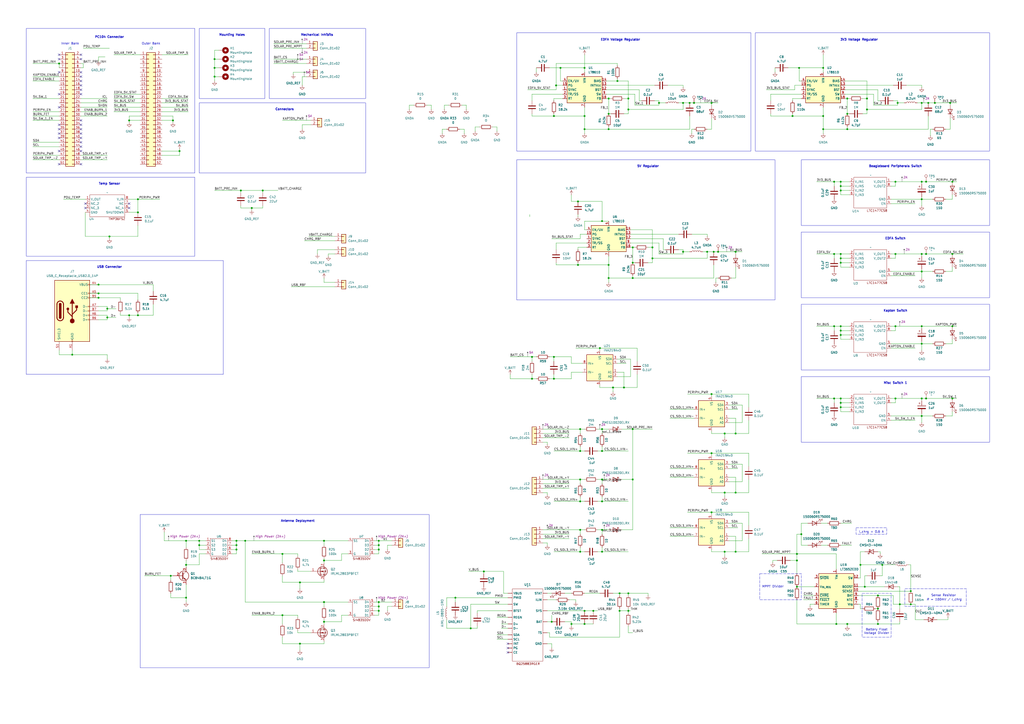
<source format=kicad_sch>
(kicad_sch (version 20231120) (generator "eeschema") (generator_version "8.0")
  (paper "A2")
  (junction (at 402.59 59.69))
  (junction (at 491.49 361.95))
  (junction (at 139.7 110.49))
  (junction (at 534.67 115.57))
  (junction (at 364.49 57.15))
  (junction (at 534.67 157.48))
  (junction (at 74.93 182.88))
  (junction (at 34.29 36.83))
  (junction (at 359.41 344.17))
  (junction (at 187.96 313.69))
  (junction (at 420.37 320.04))
  (junction (at 538.48 59.69))
  (junction (at 321.31 67.31))
  (junction (at 219.71 316.23))
  (junction (at 335.28 116.84))
  (junction (at 519.43 147.32))
  (junction (at 142.24 313.69))
  (junction (at 519.43 231.14))
  (junction (at 509.27 361.95))
  (junction (at 462.28 340.36))
  (junction (at 124.46 34.29))
  (junction (at 491.49 66.04))
  (junction (at 219.71 313.69))
  (junction (at 487.68 105.41))
  (junction (at 426.72 146.05))
  (junction (at 491.49 57.15))
  (junction (at 115.57 316.23))
  (junction (at 353.06 153.67))
  (junction (at 426.72 320.04))
  (junction (at 104.14 87.63))
  (junction (at 264.16 346.71))
  (junction (at 483.87 231.14))
  (junction (at 152.4 110.49))
  (junction (at 410.21 146.05))
  (junction (at 349.25 290.83))
  (junction (at 367.03 143.51))
  (junction (at 336.55 307.34))
  (junction (at 537.21 147.32))
  (junction (at 499.11 327.66))
  (junction (at 487.68 236.22))
  (junction (at 336.55 278.13))
  (junction (at 322.58 49.53))
  (junction (at 551.18 59.69))
  (junction (at 477.52 74.93))
  (junction (at 336.55 290.83))
  (junction (at 537.21 105.41))
  (junction (at 552.45 147.32))
  (junction (at 349.25 278.13))
  (junction (at 420.37 251.46))
  (junction (at 80.01 115.57))
  (junction (at 349.25 307.34))
  (junction (at 509.27 353.06))
  (junction (at 124.46 39.37))
  (junction (at 219.71 349.25))
  (junction (at 308.61 219.71))
  (junction (at 552.45 105.41))
  (junction (at 146.05 120.65))
  (junction (at 344.17 354.33))
  (junction (at 534.67 241.3))
  (junction (at 163.83 356.87))
  (junction (at 552.45 189.23))
  (junction (at 521.97 350.52))
  (junction (at 115.57 313.69))
  (junction (at 349.25 261.62))
  (junction (at 80.01 123.19))
  (junction (at 339.09 74.93))
  (junction (at 325.12 39.37))
  (junction (at 520.7 59.69))
  (junction (at 358.14 46.99))
  (junction (at 426.72 251.46))
  (junction (at 367.03 278.13))
  (junction (at 487.68 152.4))
  (junction (at 552.45 231.14))
  (junction (at 519.43 189.23))
  (junction (at 534.67 199.39))
  (junction (at 57.15 170.18))
  (junction (at 347.98 201.93))
  (junction (at 187.96 325.12))
  (junction (at 187.96 360.68))
  (junction (at 280.67 331.47))
  (junction (at 219.71 351.79))
  (junction (at 487.68 189.23))
  (junction (at 396.24 59.69))
  (junction (at 378.46 143.51))
  (junction (at 534.67 105.41))
  (junction (at 528.32 350.52))
  (junction (at 511.81 327.66))
  (junction (at 483.87 105.41))
  (junction (at 57.15 172.72))
  (junction (at 107.95 327.66))
  (junction (at 459.74 67.31))
  (junction (at 416.56 146.05))
  (junction (at 483.87 189.23))
  (junction (at 477.52 67.31))
  (junction (at 41.91 205.74))
  (junction (at 124.46 44.45))
  (junction (at 57.15 165.1))
  (junction (at 353.06 161.29))
  (junction (at 62.23 184.15))
  (junction (at 339.09 39.37))
  (junction (at 173.99 373.38))
  (junction (at 364.49 63.5))
  (junction (at 336.55 248.92))
  (junction (at 331.47 361.95))
  (junction (at 462.28 325.12))
  (junction (at 335.28 153.67))
  (junction (at 63.5 137.16))
  (junction (at 528.32 342.9))
  (junction (at 487.68 147.32))
  (junction (at 542.29 59.69))
  (junction (at 534.67 189.23))
  (junction (at 412.75 297.18))
  (junction (at 336.55 261.62))
  (junction (at 80.01 182.88))
  (junction (at 487.68 233.68))
  (junction (at 414.02 146.05))
  (junction (at 519.43 105.41))
  (junction (at 74.93 69.85))
  (junction (at 273.05 364.49))
  (junction (at 321.31 207.01))
  (junction (at 502.92 57.15))
  (junction (at 321.31 219.71))
  (junction (at 396.24 146.05))
  (junction (at 412.75 262.89))
  (junction (at 501.65 340.36))
  (junction (at 367.03 248.92))
  (junction (at 509.27 345.44))
  (junction (at 463.55 39.37))
  (junction (at 534.67 59.69))
  (junction (at 462.28 321.31))
  (junction (at 364.49 354.33))
  (junction (at 355.6 224.79))
  (junction (at 364.49 344.17))
  (junction (at 537.21 231.14))
  (junction (at 483.87 147.32))
  (junction (at 219.71 354.33))
  (junction (at 487.68 191.77))
  (junction (at 487.68 194.31))
  (junction (at 173.99 337.82))
  (junction (at 187.96 349.25))
  (junction (at 487.68 110.49))
  (junction (at 163.83 321.31))
  (junction (at 367.03 152.4))
  (junction (at 487.68 231.14))
  (junction (at 361.95 224.79))
  (junction (at 107.95 346.71))
  (junction (at 137.16 318.77))
  (junction (at 477.52 39.37))
  (junction (at 382.27 59.69))
  (junction (at 412.75 228.6))
  (junction (at 367.03 161.29))
  (junction (at 491.49 74.93))
  (junction (at 107.95 313.69))
  (junction (at 420.37 285.75))
  (junction (at 99.06 334.01))
  (junction (at 349.25 248.92))
  (junction (at 336.55 320.04))
  (junction (at 412.75 59.69))
  (junction (at 534.67 231.14))
  (junction (at 353.06 66.04))
  (junction (at 464.82 309.88))
  (junction (at 400.05 59.69))
  (junction (at 378.46 149.86))
  (junction (at 137.16 313.69))
  (junction (at 353.06 74.93))
  (junction (at 485.14 361.95))
  (junction (at 339.09 361.95))
  (junction (at 487.68 149.86))
  (junction (at 502.92 63.5))
  (junction (at 137.16 316.23))
  (junction (at 534.67 147.32))
  (junction (at 359.41 354.33))
  (junction (at 487.68 107.95))
  (junction (at 62.23 179.07))
  (junction (at 349.25 128.27))
  (junction (at 100.33 69.85))
  (junction (at 353.06 57.15))
  (junction (at 339.09 354.33))
  (junction (at 349.25 320.04))
  (junction (at 320.04 360.68))
  (junction (at 219.71 318.77))
  (junction (at 308.61 207.01))
  (junction (at 426.72 285.75))
  (junction (at 339.09 67.31))
  (no_connect (at 74.93 120.65))
  (no_connect (at 34.29 34.29))
  (no_connect (at 294.64 373.38))
  (no_connect (at 46.99 54.61))
  (no_connect (at 34.29 74.93))
  (no_connect (at 46.99 41.91))
  (no_connect (at 46.99 77.47))
  (no_connect (at 46.99 80.01))
  (no_connect (at 46.99 49.53))
  (no_connect (at 46.99 87.63))
  (no_connect (at 34.29 87.63))
  (no_connect (at 46.99 31.75))
  (no_connect (at 46.99 34.29))
  (no_connect (at 46.99 85.09))
  (no_connect (at 34.29 31.75))
  (no_connect (at 34.29 41.91))
  (no_connect (at 46.99 46.99))
  (no_connect (at 46.99 69.85))
  (no_connect (at 74.93 118.11))
  (no_connect (at 49.53 120.65))
  (no_connect (at 34.29 77.47))
  (no_connect (at 294.64 378.46))
  (no_connect (at 34.29 95.25))
  (no_connect (at 34.29 54.61))
  (no_connect (at 49.53 118.11))
  (no_connect (at 46.99 52.07))
  (no_connect (at 46.99 72.39))
  (no_connect (at 46.99 74.93))
  (no_connect (at 46.99 95.25))
  (no_connect (at 294.64 375.92))
  (no_connect (at 34.29 62.23))
  (no_connect (at 34.29 80.01))
  (no_connect (at 34.29 72.39))
  (no_connect (at 46.99 44.45))
  (no_connect (at 46.99 82.55))
  (wire (pts (xy 288.29 358.14) (xy 294.64 358.14)))
  (wire (pts (xy 335.28 143.51) (xy 335.28 144.78)))
  (wire (pts (xy 361.95 66.04) (xy 364.49 66.04)))
  (wire (pts (xy 100.33 67.31) (xy 100.33 69.85)))
  (wire (pts (xy 412.75 318.77) (xy 412.75 320.04)))
  (wire (pts (xy 364.49 355.6) (xy 364.49 354.33)))
  (wire (pts (xy 457.2 39.37) (xy 463.55 39.37)))
  (wire (pts (xy 62.23 179.07) (xy 62.23 180.34)))
  (wire (pts (xy 426.72 311.15) (xy 426.72 320.04)))
  (wire (pts (xy 401.32 74.93) (xy 401.32 77.47)))
  (wire (pts (xy 353.06 73.66) (xy 353.06 74.93)))
  (wire (pts (xy 146.05 120.65) (xy 146.05 121.92)))
  (wire (pts (xy 530.86 350.52) (xy 530.86 359.41)))
  (wire (pts (xy 414.02 161.29) (xy 414.02 153.67)))
  (wire (pts (xy 339.09 133.35) (xy 339.09 128.27)))
  (wire (pts (xy 349.25 128.27) (xy 349.25 116.84)))
  (wire (pts (xy 388.62 306.07) (xy 402.59 306.07)))
  (wire (pts (xy 351.79 54.61) (xy 368.3 54.61)))
  (wire (pts (xy 173.99 373.38) (xy 187.96 373.38)))
  (wire (pts (xy 487.68 303.53) (xy 494.03 303.53)))
  (wire (pts (xy 115.57 316.23) (xy 115.57 318.77)))
  (wire (pts (xy 349.25 248.92) (xy 349.25 251.46)))
  (wire (pts (xy 19.05 67.31) (xy 34.29 67.31)))
  (wire (pts (xy 449.58 39.37) (xy 449.58 41.91)))
  (wire (pts (xy 518.16 350.52) (xy 521.97 350.52)))
  (wire (pts (xy 237.49 60.96) (xy 240.03 60.96)))
  (wire (pts (xy 497.84 345.44) (xy 509.27 345.44)))
  (wire (pts (xy 487.68 105.41) (xy 487.68 107.95)))
  (wire (pts (xy 412.75 229.87) (xy 412.75 228.6)))
  (wire (pts (xy 487.68 316.23) (xy 494.03 316.23)))
  (wire (pts (xy 336.55 320.04) (xy 339.09 320.04)))
  (wire (pts (xy 521.97 350.52) (xy 528.32 350.52)))
  (wire (pts (xy 270.51 60.96) (xy 270.51 63.5)))
  (wire (pts (xy 99.06 334.01) (xy 100.33 334.01)))
  (wire (pts (xy 393.7 59.69) (xy 396.24 59.69)))
  (wire (pts (xy 501.65 340.36) (xy 513.08 340.36)))
  (wire (pts (xy 353.06 66.04) (xy 354.33 66.04)))
  (wire (pts (xy 177.8 41.91) (xy 170.18 41.91)))
  (wire (pts (xy 331.47 207.01) (xy 321.31 207.01)))
  (wire (pts (xy 331.47 360.68) (xy 331.47 361.95)))
  (wire (pts (xy 344.17 354.33) (xy 346.71 354.33)))
  (wire (pts (xy 422.91 306.07) (xy 427.99 306.07)))
  (wire (pts (xy 62.23 92.71) (xy 46.99 92.71)))
  (wire (pts (xy 463.55 39.37) (xy 477.52 39.37)))
  (wire (pts (xy 163.83 373.38) (xy 173.99 373.38)))
  (wire (pts (xy 516.89 241.3) (xy 534.67 241.3)))
  (wire (pts (xy 107.95 339.09) (xy 107.95 346.71)))
  (wire (pts (xy 378.46 149.86) (xy 410.21 149.86)))
  (wire (pts (xy 422.91 237.49) (xy 427.99 237.49)))
  (wire (pts (xy 509.27 353.06) (xy 508 353.06)))
  (wire (pts (xy 134.62 316.23) (xy 137.16 316.23)))
  (wire (pts (xy 308.61 219.71) (xy 311.15 219.71)))
  (wire (pts (xy 99.06 336.55) (xy 99.06 334.01)))
  (wire (pts (xy 487.68 147.32) (xy 487.68 149.86)))
  (wire (pts (xy 355.6 224.79) (xy 355.6 227.33)))
  (wire (pts (xy 334.01 347.98) (xy 334.01 349.25)))
  (wire (pts (xy 336.55 290.83) (xy 339.09 290.83)))
  (wire (pts (xy 358.14 210.82) (xy 363.22 210.82)))
  (wire (pts (xy 396.24 63.5) (xy 396.24 59.69)))
  (wire (pts (xy 346.71 278.13) (xy 349.25 278.13)))
  (wire (pts (xy 360.68 278.13) (xy 367.03 278.13)))
  (wire (pts (xy 292.1 344.17) (xy 294.64 344.17)))
  (wire (pts (xy 492.76 194.31) (xy 487.68 194.31)))
  (wire (pts (xy 124.46 39.37) (xy 124.46 34.29)))
  (wire (pts (xy 422.91 234.95) (xy 430.53 234.95)))
  (wire (pts (xy 330.2 312.42) (xy 314.96 312.42)))
  (wire (pts (xy 534.67 240.03) (xy 534.67 241.3)))
  (wire (pts (xy 463.55 46.99) (xy 464.82 46.99)))
  (wire (pts (xy 519.43 149.86) (xy 519.43 147.32)))
  (wire (pts (xy 336.55 248.92) (xy 336.55 251.46)))
  (wire (pts (xy 314.96 248.92) (xy 336.55 248.92)))
  (wire (pts (xy 426.72 242.57) (xy 426.72 251.46)))
  (wire (pts (xy 422.91 303.53) (xy 430.53 303.53)))
  (wire (pts (xy 80.01 182.88) (xy 88.9 182.88)))
  (wire (pts (xy 66.04 62.23) (xy 81.28 62.23)))
  (wire (pts (xy 349.25 290.83) (xy 364.49 290.83)))
  (wire (pts (xy 487.68 152.4) (xy 487.68 154.94)))
  (wire (pts (xy 60.96 33.02) (xy 57.15 33.02)))
  (wire (pts (xy 41.91 203.2) (xy 41.91 205.74)))
  (wire (pts (xy 487.68 147.32) (xy 492.76 147.32)))
  (wire (pts (xy 115.57 321.31) (xy 119.38 321.31)))
  (wire (pts (xy 509.27 58.42) (xy 510.54 58.42)))
  (wire (pts (xy 364.49 46.99) (xy 364.49 57.15)))
  (wire (pts (xy 322.58 49.53) (xy 326.39 49.53)))
  (wire (pts (xy 491.49 361.95) (xy 485.14 361.95)))
  (wire (pts (xy 398.78 297.18) (xy 412.75 297.18)))
  (wire (pts (xy 308.61 67.31) (xy 321.31 67.31)))
  (wire (pts (xy 534.67 105.41) (xy 537.21 105.41)))
  (wire (pts (xy 69.85 182.88) (xy 74.93 182.88)))
  (wire (pts (xy 490.22 54.61) (xy 506.73 54.61)))
  (wire (pts (xy 426.72 146.05) (xy 430.53 146.05)))
  (wire (pts (xy 448.31 325.12) (xy 450.85 325.12)))
  (wire (pts (xy 57.15 172.72) (xy 69.85 172.72)))
  (wire (pts (xy 551.18 59.69) (xy 554.99 59.69)))
  (wire (pts (xy 434.34 297.18) (xy 434.34 304.8)))
  (wire (pts (xy 543.56 359.41) (xy 549.91 359.41)))
  (wire (pts (xy 552.45 115.57) (xy 552.45 113.03)))
  (wire (pts (xy 516.89 231.14) (xy 519.43 231.14)))
  (wire (pts (xy 124.46 39.37) (xy 127 39.37)))
  (wire (pts (xy 266.7 74.93) (xy 269.24 74.93)))
  (wire (pts (xy 322.58 140.97) (xy 322.58 144.78)))
  (wire (pts (xy 326.39 54.61) (xy 308.61 54.61)))
  (wire (pts (xy 441.96 321.31) (xy 462.28 321.31)))
  (wire (pts (xy 492.76 107.95) (xy 487.68 107.95)))
  (wire (pts (xy 400.05 59.69) (xy 402.59 59.69)))
  (wire (pts (xy 52.07 165.1) (xy 57.15 165.1)))
  (wire (pts (xy 434.34 228.6) (xy 412.75 228.6)))
  (wire (pts (xy 172.72 356.87) (xy 172.72 358.14)))
  (wire (pts (xy 422.91 311.15) (xy 426.72 311.15)))
  (wire (pts (xy 534.67 189.23) (xy 552.45 189.23)))
  (wire (pts (xy 398.78 262.89) (xy 412.75 262.89)))
  (wire (pts (xy 314.96 314.96) (xy 317.5 314.96)))
  (wire (pts (xy 275.59 73.66) (xy 278.13 73.66)))
  (wire (pts (xy 107.95 327.66) (xy 107.95 328.93)))
  (wire (pts (xy 172.72 321.31) (xy 172.72 322.58)))
  (wire (pts (xy 502.92 66.04) (xy 502.92 63.5)))
  (wire (pts (xy 93.98 69.85) (xy 100.33 69.85)))
  (wire (pts (xy 530.86 359.41) (xy 535.94 359.41)))
  (wire (pts (xy 361.95 57.15) (xy 364.49 57.15)))
  (wire (pts (xy 339.09 67.31) (xy 339.09 74.93)))
  (wire (pts (xy 62.23 184.15) (xy 67.31 184.15)))
  (wire (pts (xy 369.57 217.17) (xy 369.57 224.79)))
  (wire (pts (xy 502.92 46.99) (xy 502.92 57.15)))
  (wire (pts (xy 172.72 330.2) (xy 172.72 331.47)))
  (wire (pts (xy 464.82 54.61) (xy 447.04 54.61)))
  (wire (pts (xy 175.26 44.45) (xy 175.26 49.53)))
  (wire (pts (xy 327.66 344.17) (xy 331.47 344.17)))
  (wire (pts (xy 349.25 248.92) (xy 353.06 248.92)))
  (wire (pts (xy 80.01 182.88) (xy 80.01 181.61)))
  (wire (pts (xy 511.81 327.66) (xy 519.43 327.66)))
  (wire (pts (xy 57.15 33.02) (xy 57.15 35.56)))
  (wire (pts (xy 422.91 269.24) (xy 430.53 269.24)))
  (wire (pts (xy 491.49 74.93) (xy 538.48 74.93)))
  (wire (pts (xy 325.12 46.99) (xy 326.39 46.99)))
  (wire (pts (xy 48.26 27.94) (xy 63.5 27.94)))
  (wire (pts (xy 365.76 135.89) (xy 393.7 135.89)))
  (wire (pts (xy 217.17 316.23) (xy 219.71 316.23)))
  (wire (pts (xy 317.5 360.68) (xy 320.04 360.68)))
  (wire (pts (xy 510.54 320.04) (xy 509.27 320.04)))
  (wire (pts (xy 520.7 59.69) (xy 524.51 59.69)))
  (wire (pts (xy 19.05 57.15) (xy 34.29 57.15)))
  (wire (pts (xy 336.55 280.67) (xy 336.55 278.13)))
  (wire (pts (xy 137.16 321.31) (xy 137.16 318.77)))
  (wire (pts (xy 219.71 316.23) (xy 219.71 313.69)))
  (wire (pts (xy 163.83 321.31) (xy 163.83 326.39)))
  (wire (pts (xy 311.15 39.37) (xy 311.15 41.91)))
  (wire (pts (xy 551.18 59.69) (xy 551.18 60.96)))
  (wire (pts (xy 519.43 105.41) (xy 534.67 105.41)))
  (wire (pts (xy 93.98 62.23) (xy 109.22 62.23)))
  (wire (pts (xy 187.96 373.38) (xy 187.96 372.11)))
  (wire (pts (xy 334.01 201.93) (xy 347.98 201.93)))
  (wire (pts (xy 509.27 360.68) (xy 509.27 361.95)))
  (wire (pts (xy 473.71 231.14) (xy 483.87 231.14)))
  (wire (pts (xy 339.09 77.47) (xy 339.09 74.93)))
  (wire (pts (xy 463.55 39.37) (xy 463.55 46.99)))
  (wire (pts (xy 483.87 189.23) (xy 487.68 189.23)))
  (wire (pts (xy 346.71 320.04) (xy 349.25 320.04)))
  (wire (pts (xy 276.86 364.49) (xy 276.86 363.22)))
  (wire (pts (xy 534.67 156.21) (xy 534.67 157.48)))
  (wire (pts (xy 139.7 110.49) (xy 152.4 110.49)))
  (wire (pts (xy 219.71 349.25) (xy 219.71 351.79)))
  (wire (pts (xy 422.91 313.69) (xy 430.53 313.69)))
  (wire (pts (xy 367.03 248.92) (xy 378.46 248.92)))
  (wire (pts (xy 349.25 261.62) (xy 364.49 261.62)))
  (wire (pts (xy 400.05 74.93) (xy 400.05 67.31)))
  (wire (pts (xy 308.61 217.17) (xy 308.61 219.71)))
  (wire (pts (xy 464.82 57.15) (xy 459.74 57.15)))
  (wire (pts (xy 285.75 73.66) (xy 288.29 73.66)))
  (wire (pts (xy 462.28 309.88) (xy 464.82 309.88)))
  (wire (pts (xy 95.25 308.61) (xy 95.25 313.69)))
  (wire (pts (xy 184.15 144.78) (xy 184.15 147.32)))
  (wire (pts (xy 139.7 110.49) (xy 139.7 111.76)))
  (wire (pts (xy 358.14 215.9) (xy 361.95 215.9)))
  (wire (pts (xy 534.67 59.69) (xy 538.48 59.69)))
  (wire (pts (xy 331.47 210.82) (xy 331.47 207.01)))
  (wire (pts (xy 163.83 334.01) (xy 163.83 337.82)))
  (wire (pts (xy 534.67 114.3) (xy 534.67 115.57)))
  (wire (pts (xy 142.24 349.25) (xy 187.96 349.25)))
  (wire (pts (xy 331.47 210.82) (xy 337.82 210.82)))
  (wire (pts (xy 396.24 49.53) (xy 396.24 50.8)))
  (wire (pts (xy 264.16 346.71) (xy 294.64 346.71)))
  (wire (pts (xy 124.46 34.29) (xy 124.46 29.21)))
  (wire (pts (xy 137.16 313.69) (xy 142.24 313.69)))
  (wire (pts (xy 384.81 144.78) (xy 386.08 144.78)))
  (wire (pts (xy 331.47 215.9) (xy 337.82 215.9)))
  (wire (pts (xy 321.31 66.04) (xy 321.31 67.31)))
  (wire (pts (xy 516.89 107.95) (xy 519.43 107.95)))
  (wire (pts (xy 288.29 368.3) (xy 294.64 368.3)))
  (wire (pts (xy 477.52 31.75) (xy 477.52 39.37)))
  (wire (pts (xy 339.09 361.95) (xy 344.17 361.95)))
  (wire (pts (xy 336.55 307.34) (xy 336.55 309.88)))
  (wire (pts (xy 187.96 337.82) (xy 187.96 336.55)))
  (wire (pts (xy 339.09 62.23) (xy 339.09 67.31)))
  (wire (pts (xy 288.29 73.66) (xy 288.29 76.2)))
  (wire (pts (xy 62.23 180.34) (xy 57.15 180.34)))
  (wire (pts (xy 124.46 44.45) (xy 124.46 39.37)))
  (wire (pts (xy 224.79 318.77) (xy 224.79 316.23)))
  (wire (pts (xy 336.55 138.43) (xy 336.55 135.89)))
  (wire (pts (xy 412.75 74.93) (xy 412.75 68.58)))
  (wire (pts (xy 434.34 228.6) (xy 434.34 236.22)))
  (wire (pts (xy 359.41 369.57) (xy 359.41 354.33)))
  (wire (pts (xy 491.49 361.95) (xy 509.27 361.95)))
  (wire (pts (xy 57.15 177.8) (xy 62.23 177.8)))
  (wire (pts (xy 462.28 321.31) (xy 462.28 325.12)))
  (wire (pts (xy 259.08 359.41) (xy 259.08 364.49)))
  (wire (pts (xy 93.98 87.63) (xy 104.14 87.63)))
  (wire (pts (xy 172.72 365.76) (xy 172.72 367.03)))
  (wire (pts (xy 499.11 350.52) (xy 497.84 350.52)))
  (wire (pts (xy 335.28 152.4) (xy 335.28 153.67)))
  (wire (pts (xy 364.49 353.06) (xy 364.49 354.33)))
  (wire (pts (xy 367.03 143.51) (xy 368.3 143.51)))
  (wire (pts (xy 448.31 325.12) (xy 448.31 326.39)))
  (wire (pts (xy 259.08 346.71) (xy 264.16 346.71)))
  (wire (pts (xy 173.99 337.82) (xy 173.99 341.63)))
  (wire (pts (xy 34.29 203.2) (xy 34.29 205.74)))
  (wire (pts (xy 542.29 59.69) (xy 551.18 59.69)))
  (wire (pts (xy 416.56 146.05) (xy 426.72 146.05)))
  (wire (pts (xy 360.68 248.92) (xy 367.03 248.92)))
  (wire (pts (xy 349.25 261.62) (xy 349.25 259.08)))
  (wire (pts (xy 62.23 182.88) (xy 62.23 184.15)))
  (wire (pts (xy 420.37 251.46) (xy 420.37 254)))
  (wire (pts (xy 237.49 63.5) (xy 237.49 60.96)))
  (wire (pts (xy 434.34 320.04) (xy 426.72 320.04)))
  (wire (pts (xy 80.01 115.57) (xy 92.71 115.57)))
  (wire (pts (xy 388.62 311.15) (xy 402.59 311.15)))
  (wire (pts (xy 426.72 154.94) (xy 426.72 161.29)))
  (wire (pts (xy 19.05 82.55) (xy 34.29 82.55)))
  (wire (pts (xy 353.06 163.83) (xy 353.06 161.29)))
  (wire (pts (xy 317.5 285.75) (xy 317.5 287.02)))
  (wire (pts (xy 416.56 161.29) (xy 415.29 161.29)))
  (wire (pts (xy 19.05 90.17) (xy 34.29 90.17)))
  (wire (pts (xy 521.97 340.36) (xy 521.97 350.52)))
  (wire (pts (xy 314.96 256.54) (xy 317.5 256.54)))
  (wire (pts (xy 49.53 123.19) (xy 49.53 137.16)))
  (wire (pts (xy 521.97 360.68) (xy 521.97 361.95)))
  (wire (pts (xy 194.31 166.37) (xy 168.91 166.37)))
  (wire (pts (xy 19.05 36.83) (xy 34.29 36.83)))
  (wire (pts (xy 487.68 191.77) (xy 487.68 194.31)))
  (wire (pts (xy 492.76 154.94) (xy 487.68 154.94)))
  (wire (pts (xy 19.05 46.99) (xy 34.29 46.99)))
  (wire (pts (xy 361.95 215.9) (xy 361.95 224.79)))
  (wire (pts (xy 331.47 113.03) (xy 331.47 116.84)))
  (wire (pts (xy 534.67 157.48) (xy 534.67 161.29)))
  (wire (pts (xy 407.67 146.05) (xy 410.21 146.05)))
  (wire (pts (xy 532.13 59.69) (xy 534.67 59.69)))
  (wire (pts (xy 295.91 219.71) (xy 308.61 219.71)))
  (wire (pts (xy 57.15 170.18) (xy 80.01 170.18)))
  (wire (pts (xy 250.19 60.96) (xy 250.19 63.5)))
  (wire (pts (xy 317.5 347.98) (xy 322.58 347.98)))
  (wire (pts (xy 172.72 331.47) (xy 180.34 331.47)))
  (wire (pts (xy 447.04 67.31) (xy 459.74 67.31)))
  (wire (pts (xy 412.75 59.69) (xy 416.56 59.69)))
  (wire (pts (xy 534.67 147.32) (xy 537.21 147.32)))
  (wire (pts (xy 95.25 313.69) (xy 107.95 313.69)))
  (wire (pts (xy 477.52 62.23) (xy 477.52 67.31)))
  (wire (pts (xy 534.67 241.3) (xy 541.02 241.3)))
  (wire (pts (xy 269.24 74.93) (xy 269.24 77.47)))
  (wire (pts (xy 541.02 74.93) (xy 539.75 74.93)))
  (wire (pts (xy 415.29 161.29) (xy 415.29 163.83)))
  (wire (pts (xy 115.57 313.69) (xy 115.57 316.23)))
  (wire (pts (xy 217.17 351.79) (xy 219.71 351.79)))
  (wire (pts (xy 292.1 331.47) (xy 292.1 344.17)))
  (wire (pts (xy 49.53 137.16) (xy 63.5 137.16)))
  (wire (pts (xy 534.67 231.14) (xy 534.67 232.41)))
  (wire (pts (xy 519.43 107.95) (xy 519.43 105.41)))
  (wire (pts (xy 528.32 350.52) (xy 530.86 350.52)))
  (wire (pts (xy 382.27 140.97) (xy 382.27 147.32)))
  (wire (pts (xy 198.12 321.31) (xy 201.93 321.31)))
  (wire (pts (xy 219.71 349.25) (xy 227.33 349.25)))
  (wire (pts (xy 187.96 313.69) (xy 201.93 313.69)))
  (wire (pts (xy 434.34 285.75) (xy 426.72 285.75)))
  (wire (pts (xy 115.57 316.23) (xy 119.38 316.23)))
  (wire (pts (xy 491.49 57.15) (xy 492.76 57.15)))
  (wire (pts (xy 134.62 313.69) (xy 137.16 313.69)))
  (wire (pts (xy 99.06 344.17) (xy 99.06 346.71)))
  (wire (pts (xy 124.46 34.29) (xy 127 34.29)))
  (wire (pts (xy 492.76 233.68) (xy 487.68 233.68)))
  (wire (pts (xy 502.92 63.5) (xy 534.67 63.5)))
  (wire (pts (xy 321.31 219.71) (xy 331.47 219.71)))
  (wire (pts (xy 322.58 36.83) (xy 322.58 49.53)))
  (wire (pts (xy 520.7 58.42) (xy 520.7 59.69)))
  (wire (pts (xy 367.03 160.02) (xy 367.03 161.29)))
  (wire (pts (xy 359.41 344.17) (xy 364.49 344.17)))
  (wire (pts (xy 320.04 356.87) (xy 320.04 360.68)))
  (wire (pts (xy 339.09 344.17) (xy 347.98 344.17)))
  (wire (pts (xy 369.57 201.93) (xy 369.57 209.55)))
  (wire (pts (xy 426.72 161.29) (xy 424.18 161.29)))
  (wire (pts (xy 548.64 115.57) (xy 552.45 115.57)))
  (wire (pts (xy 534.67 198.12) (xy 534.67 199.39)))
  (wire (pts (xy 351.79 49.53) (xy 379.73 49.53)))
  (wire (pts (xy 134.62 318.77) (xy 137.16 318.77)))
  (wire (pts (xy 198.12 360.68) (xy 198.12 356.87)))
  (wire (pts (xy 444.5 52.07) (xy 461.01 52.07)))
  (wire (pts (xy 501.65 334.01) (xy 501.65 340.36)))
  (wire (pts (xy 499.11 327.66) (xy 499.11 335.28)))
  (wire (pts (xy 187.96 349.25) (xy 187.96 351.79)))
  (wire (pts (xy 367.03 278.13) (xy 367.03 307.34)))
  (wire (pts (xy 459.74 66.04) (xy 459.74 67.31)))
  (wire (pts (xy 412.75 264.16) (xy 412.75 262.89)))
  (wire (pts (xy 187.96 360.68) (xy 187.96 361.95)))
  (wire (pts (xy 396.24 144.78) (xy 393.7 144.78)))
  (wire (pts (xy 501.65 334.01) (xy 502.92 334.01)))
  (wire (pts (xy 321.31 209.55) (xy 321.31 207.01)))
  (wire (pts (xy 331.47 361.95) (xy 331.47 363.22)))
  (wire (pts (xy 217.17 354.33) (xy 219.71 354.33)))
  (wire (pts (xy 492.76 152.4) (xy 487.68 152.4)))
  (wire (pts (xy 336.55 261.62) (xy 339.09 261.62)))
  (wire (pts (xy 552.45 105.41) (xy 554.99 105.41)))
  (wire (pts (xy 66.04 64.77) (xy 81.28 64.77)))
  (wire (pts (xy 537.21 105.41) (xy 552.45 105.41)))
  (wire (pts (xy 539.75 74.93) (xy 539.75 78.74)))
  (wire (pts (xy 491.49 73.66) (xy 491.49 74.93)))
  (wire (pts (xy 490.22 49.53) (xy 518.16 49.53)))
  (wire (pts (xy 80.01 130.81) (xy 80.01 137.16)))
  (wire (pts (xy 358.14 36.83) (xy 358.14 38.1)))
  (wire (pts (xy 359.41 344.17) (xy 359.41 345.44)))
  (wire (pts (xy 382.27 59.69) (xy 386.08 59.69)))
  (wire (pts (xy 314.96 278.13) (xy 336.55 278.13)))
  (wire (pts (xy 62.23 179.07) (xy 67.31 179.07)))
  (wire (pts (xy 172.72 367.03) (xy 180.34 367.03)))
  (wire (pts (xy 492.76 110.49) (xy 487.68 110.49)))
  (wire (pts (xy 158.75 25.4) (xy 177.8 25.4)))
  (wire (pts (xy 74.93 115.57) (xy 80.01 115.57)))
  (wire (pts (xy 501.65 320.04) (xy 499.11 320.04)))
  (wire (pts (xy 335.28 153.67) (xy 353.06 153.67)))
  (wire (pts (xy 462.28 309.88) (xy 462.28 321.31)))
  (wire (pts (xy 360.68 307.34) (xy 367.03 307.34)))
  (wire (pts (xy 276.86 354.33) (xy 276.86 355.6)))
  (wire (pts (xy 62.23 67.31) (xy 46.99 67.31)))
  (wire (pts (xy 518.16 345.44) (xy 518.16 350.52)))
  (wire (pts (xy 477.52 77.47) (xy 477.52 74.93)))
  (wire (pts (xy 66.04 31.75) (xy 81.28 31.75)))
  (wire (pts (xy 359.41 353.06) (xy 359.41 354.33)))
  (wire (pts (xy 364.49 363.22) (xy 364.49 367.03)))
  (wire (pts (xy 420.37 285.75) (xy 420.37 288.29)))
  (wire (pts (xy 378.46 143.51) (xy 378.46 149.86)))
  (wire (pts (xy 492.76 238.76) (xy 487.68 238.76)))
  (wire (pts (xy 325.12 39.37) (xy 325.12 46.99)))
  (wire (pts (xy 483.87 107.95) (xy 483.87 105.41)))
  (wire (pts (xy 516.89 147.32) (xy 519.43 147.32)))
  (wire (pts (xy 80.01 170.18) (xy 80.01 173.99)))
  (wire (pts (xy 516.89 191.77) (xy 519.43 191.77)))
  (wire (pts (xy 295.91 217.17) (xy 295.91 219.71)))
  (wire (pts (xy 516.89 201.93) (xy 530.86 201.93)))
  (wire (pts (xy 124.46 29.21) (xy 127 29.21)))
  (wire (pts (xy 461.01 49.53) (xy 464.82 49.53)))
  (wire (pts (xy 219.71 313.69) (xy 227.33 313.69)))
  (wire (pts (xy 487.68 231.14) (xy 487.68 233.68)))
  (wire (pts (xy 420.37 320.04) (xy 420.37 322.58)))
  (wire (pts (xy 331.47 219.71) (xy 331.47 215.9)))
  (wire (pts (xy 499.11 320.04) (xy 499.11 327.66)))
  (wire (pts (xy 434.34 262.89) (xy 434.34 270.51)))
  (wire (pts (xy 353.06 74.93) (xy 400.05 74.93)))
  (wire (pts (xy 327.66 360.68) (xy 331.47 360.68)))
  (wire (pts (xy 434.34 262.89) (xy 412.75 262.89)))
  (wire (pts (xy 500.38 57.15) (xy 502.92 57.15)))
  (wire (pts (xy 340.36 140.97) (xy 322.58 140.97)))
  (wire (pts (xy 358.14 45.72) (xy 358.14 46.99)))
  (wire (pts (xy 163.83 69.85) (xy 180.34 69.85)))
  (wire (pts (xy 34.29 205.74) (xy 41.91 205.74)))
  (wire (pts (xy 388.62 237.49) (xy 402.59 237.49)))
  (wire (pts (xy 351.79 46.99) (xy 358.14 46.99)))
  (wire (pts (xy 19.05 64.77) (xy 34.29 64.77)))
  (wire (pts (xy 317.5 373.38) (xy 320.04 373.38)))
  (wire (pts (xy 375.92 344.17) (xy 375.92 345.44)))
  (wire (pts (xy 318.77 207.01) (xy 321.31 207.01)))
  (wire (pts (xy 384.81 144.78) (xy 384.81 138.43)))
  (wire (pts (xy 534.67 231.14) (xy 537.21 231.14)))
  (wire (pts (xy 187.96 163.83) (xy 194.31 163.83)))
  (wire (pts (xy 69.85 181.61) (xy 69.85 182.88)))
  (wire (pts (xy 509.27 52.07) (xy 490.22 52.07)))
  (wire (pts (xy 402.59 74.93) (xy 401.32 74.93)))
  (wire (pts (xy 314.96 307.34) (xy 336.55 307.34)))
  (wire (pts (xy 219.71 318.77) (xy 219.71 316.23)))
  (wire (pts (xy 219.71 356.87) (xy 219.71 354.33)))
  (wire (pts (xy 353.06 57.15) (xy 353.06 66.04)))
  (wire (pts (xy 349.25 320.04) (xy 364.49 320.04)))
  (wire (pts (xy 19.05 92.71) (xy 34.29 92.71)))
  (wire (pts (xy 548.64 199.39) (xy 552.45 199.39)))
  (wire (pts (xy 412.75 285.75) (xy 420.37 285.75)))
  (wire (pts (xy 347.98 203.2) (xy 347.98 201.93)))
  (wire (pts (xy 57.15 182.88) (xy 62.23 182.88)))
  (wire (pts (xy 52.07 170.18) (xy 57.15 170.18)))
  (wire (pts (xy 314.96 285.75) (xy 317.5 285.75)))
  (wire (pts (xy 487.68 194.31) (xy 487.68 196.85)))
  (wire (pts (xy 198.12 356.87) (xy 201.93 356.87)))
  (wire (pts (xy 62.23 185.42) (xy 57.15 185.42)))
  (wire (pts (xy 534.67 157.48) (xy 541.02 157.48)))
  (wire (pts (xy 364.49 66.04) (xy 364.49 63.5)))
  (wire (pts (xy 280.67 331.47) (xy 280.67 332.74)))
  (wire (pts (xy 280.67 331.47) (xy 292.1 331.47)))
  (wire (pts (xy 370.84 58.42) (xy 372.11 58.42)))
  (wire (pts (xy 346.71 290.83) (xy 349.25 290.83)))
  (wire (pts (xy 509.27 58.42) (xy 509.27 52.07)))
  (wire (pts (xy 361.95 224.79) (xy 355.6 224.79)))
  (wire (pts (xy 466.09 345.44) (xy 472.44 345.44)))
  (wire (pts (xy 74.93 123.19) (xy 80.01 123.19)))
  (wire (pts (xy 187.96 325.12) (xy 198.12 325.12)))
  (wire (pts (xy 322.58 153.67) (xy 335.28 153.67)))
  (wire (pts (xy 519.43 189.23) (xy 534.67 189.23)))
  (wire (pts (xy 490.22 57.15) (xy 491.49 57.15)))
  (wire (pts (xy 142.24 313.69) (xy 142.24 349.25)))
  (wire (pts (xy 521.97 340.36) (xy 520.7 340.36)))
  (wire (pts (xy 190.5 147.32) (xy 190.5 148.59)))
  (wire (pts (xy 330.2 280.67) (xy 314.96 280.67)))
  (wire (pts (xy 538.48 74.93) (xy 538.48 67.31)))
  (wire (pts (xy 66.04 59.69) (xy 81.28 59.69)))
  (wire (pts (xy 353.06 153.67) (xy 353.06 161.29)))
  (wire (pts (xy 107.95 346.71) (xy 107.95 349.25)))
  (wire (pts (xy 520.7 59.69) (xy 520.7 60.96)))
  (wire (pts (xy 349.25 278.13) (xy 349.25 280.67)))
  (wire (pts (xy 99.06 346.71) (xy 107.95 346.71)))
  (wire (pts (xy 552.45 189.23) (xy 554.99 189.23)))
  (wire (pts (xy 318.77 219.71) (xy 321.31 219.71)))
  (wire (pts (xy 538.48 59.69) (xy 542.29 59.69)))
  (wire (pts (xy 146.05 120.65) (xy 152.4 120.65)))
  (wire (pts (xy 347.98 223.52) (xy 347.98 224.79)))
  (wire (pts (xy 358.14 36.83) (xy 322.58 36.83)))
  (wire (pts (xy 152.4 110.49) (xy 161.29 110.49)))
  (wire (pts (xy 173.99 337.82) (xy 187.96 337.82)))
  (wire (pts (xy 349.25 290.83) (xy 349.25 288.29)))
  (wire (pts (xy 364.49 354.33) (xy 365.76 354.33)))
  (wire (pts (xy 422.91 279.4) (xy 430.53 279.4)))
  (wire (pts (xy 492.76 196.85) (xy 487.68 196.85)))
  (wire (pts (xy 318.77 369.57) (xy 318.77 367.03)))
  (wire (pts (xy 422.91 245.11) (xy 430.53 245.11)))
  (wire (pts (xy 422.91 276.86) (xy 426.72 276.86)))
  (wire (pts (xy 194.31 139.7) (xy 176.53 139.7)))
  (wire (pts (xy 462.28 325.12) (xy 462.28 332.74)))
  (wire (pts (xy 322.58 152.4) (xy 322.58 153.67)))
  (wire (pts (xy 477.52 39.37) (xy 477.52 41.91)))
  (wire (pts (xy 83.82 334.01) (xy 99.06 334.01)))
  (wire (pts (xy 464.82 309.88) (xy 464.82 316.23)))
  (wire (pts (xy 349.25 128.27) (xy 353.06 128.27)))
  (wire (pts (xy 224.79 316.23) (xy 227.33 316.23)))
  (wire (pts (xy 339.09 133.35) (xy 340.36 133.35)))
  (wire (pts (xy 163.83 321.31) (xy 172.72 321.31)))
  (wire (pts (xy 548.64 241.3) (xy 552.45 241.3)))
  (wire (pts (xy 506.73 60.96) (xy 520.7 60.96)))
  (wire (pts (xy 325.12 39.37) (xy 339.09 39.37)))
  (wire (pts (xy 462.28 340.36) (xy 472.44 340.36)))
  (wire (pts (xy 426.72 251.46) (xy 420.37 251.46)))
  (wire (pts (xy 194.31 144.78) (xy 184.15 144.78)))
  (wire (pts (xy 347.98 224.79) (xy 355.6 224.79)))
  (wire (pts (xy 330.2 347.98) (xy 334.01 347.98)))
  (wire (pts (xy 491.49 66.04) (xy 492.76 66.04)))
  (wire (pts (xy 387.35 49.53) (xy 396.24 49.53)))
  (wire (pts (xy 57.15 165.1) (xy 88.9 165.1)))
  (wire (pts (xy 487.68 107.95) (xy 487.68 110.49)))
  (wire (pts (xy 339.09 354.33) (xy 344.17 354.33)))
  (wire (pts (xy 516.89 160.02) (xy 530.86 160.02)))
  (wire (pts (xy 487.68 149.86) (xy 487.68 152.4)))
  (wire (pts (xy 290.83 364.49) (xy 294.64 364.49)))
  (wire (pts (xy 62.23 64.77) (xy 46.99 64.77)))
  (wire (pts (xy 318.77 369.57) (xy 359.41 369.57)))
  (wire (pts (xy 187.96 325.12) (xy 187.96 326.39)))
  (wire (pts (xy 492.76 113.03) (xy 487.68 113.03)))
  (wire (pts (xy 487.68 105.41) (xy 492.76 105.41)))
  (wire (pts (xy 187.96 161.29) (xy 187.96 163.83)))
  (wire (pts (xy 487.68 189.23) (xy 492.76 189.23)))
  (wire (pts (xy 491.49 363.22) (xy 491.49 361.95)))
  (wire (pts (xy 365.76 133.35) (xy 378.46 133.35)))
  (wire (pts (xy 497.84 342.9) (xy 528.32 342.9)))
  (wire (pts (xy 487.68 231.14) (xy 492.76 231.14)))
  (wire (pts (xy 109.22 31.75) (xy 93.98 31.75)))
  (wire (pts (xy 63.5 137.16) (xy 63.5 138.43)))
  (wire (pts (xy 549.91 359.41) (xy 549.91 358.14)))
  (wire (pts (xy 139.7 120.65) (xy 139.7 119.38)))
  (wire (pts (xy 516.89 105.41) (xy 519.43 105.41)))
  (wire (pts (xy 346.71 248.92) (xy 349.25 248.92)))
  (wire (pts (xy 534.67 147.32) (xy 534.67 148.59)))
  (wire (pts (xy 124.46 110.49) (xy 139.7 110.49)))
  (wire (pts (xy 259.08 351.79) (xy 259.08 346.71)))
  (wire (pts (xy 107.95 325.12) (xy 107.95 327.66)))
  (wire (pts (xy 100.33 69.85) (xy 100.33 71.12)))
  (wire (pts (xy 365.76 140.97) (xy 382.27 140.97)))
  (wire (pts (xy 464.82 303.53) (xy 464.82 309.88)))
  (wire (pts (xy 267.97 60.96) (xy 270.51 60.96)))
  (wire (pts (xy 330.2 254) (xy 314.96 254)))
  (wire (pts (xy 447.04 66.04) (xy 447.04 67.31)))
  (wire (pts (xy 365.76 143.51) (xy 367.03 143.51)))
  (wire (pts (xy 483.87 149.86) (xy 483.87 147.32)))
  (wire (pts (xy 466.09 347.98) (xy 472.44 347.98)))
  (wire (pts (xy 63.5 137.16) (xy 80.01 137.16)))
  (wire (pts (xy 434.34 251.46) (xy 426.72 251.46)))
  (wire (pts (xy 476.25 303.53) (xy 480.06 303.53)))
  (wire (pts (xy 364.49 63.5) (xy 396.24 63.5)))
  (wire (pts (xy 66.04 57.15) (xy 81.28 57.15)))
  (wire (pts (xy 124.46 44.45) (xy 127 44.45)))
  (wire (pts (xy 548.64 157.48) (xy 552.45 157.48)))
  (wire (pts (xy 367.03 161.29) (xy 414.02 161.29)))
  (wire (pts (xy 552.45 157.48) (xy 552.45 154.94)))
  (wire (pts (xy 256.54 74.93) (xy 259.08 74.93)))
  (wire (pts (xy 317.5 314.96) (xy 317.5 316.23)))
  (wire (pts (xy 115.57 327.66) (xy 115.57 321.31)))
  (wire (pts (xy 396.24 146.05) (xy 400.05 146.05)))
  (wire (pts (xy 256.54 77.47) (xy 256.54 74.93)))
  (wire (pts (xy 412.75 59.69) (xy 412.75 60.96)))
  (wire (pts (xy 107.95 327.66) (xy 115.57 327.66)))
  (wire (pts (xy 369.57 224.79) (xy 361.95 224.79)))
  (wire (pts (xy 552.45 147.32) (xy 558.8 147.32)))
  (wire (pts (xy 548.64 74.93) (xy 551.18 74.93)))
  (wire (pts (xy 461.01 52.07) (xy 461.01 49.53)))
  (wire (pts (xy 483.87 147.32) (xy 487.68 147.32)))
  (wire (pts (xy 335.28 125.73) (xy 335.28 124.46)))
  (wire (pts (xy 473.71 105.41) (xy 483.87 105.41)))
  (wire (pts (xy 511.81 334.01) (xy 510.54 334.01)))
  (wire (pts (xy 388.62 276.86) (xy 402.59 276.86)))
  (wire (pts (xy 396.24 146.05) (xy 396.24 147.32)))
  (wire (pts (xy 46.99 57.15) (xy 62.23 57.15)))
  (wire (pts (xy 412.75 250.19) (xy 412.75 251.46)))
  (wire (pts (xy 187.96 349.25) (xy 201.93 349.25)))
  (wire (pts (xy 422.91 271.78) (xy 427.99 271.78)))
  (wire (pts (xy 349.25 307.34) (xy 353.06 307.34)))
  (wire (pts (xy 180.34 72.39) (xy 175.26 72.39)))
  (wire (pts (xy 382.27 147.32) (xy 396.24 147.32)))
  (wire (pts (xy 487.68 110.49) (xy 487.68 113.03)))
  (wire (pts (xy 163.83 337.82) (xy 173.99 337.82)))
  (wire (pts (xy 80.01 115.57) (xy 80.01 123.19)))
  (wire (pts (xy 499.11 350.52) (xy 499.11 353.06)))
  (wire (pts (xy 152.4 110.49) (xy 152.4 111.76)))
  (wire (pts (xy 462.28 321.31) (xy 485.14 321.31)))
  (wire (pts (xy 487.68 236.22) (xy 487.68 238.76)))
  (wire (pts (xy 194.31 147.32) (xy 190.5 147.32)))
  (wire (pts (xy 398.78 228.6) (xy 412.75 228.6)))
  (wire (pts (xy 349.25 278.13) (xy 353.06 278.13)))
  (wire (pts (xy 358.14 46.99) (xy 364.49 46.99)))
  (wire (pts (xy 464.82 316.23) (xy 468.63 316.23)))
  (wire (pts (xy 353.06 57.15) (xy 354.33 57.15)))
  (wire (pts (xy 520.7 58.42) (xy 518.16 58.42)))
  (wire (pts (xy 534.67 199.39) (xy 534.67 203.2)))
  (wire (pts (xy 412.75 251.46) (xy 420.37 251.46)))
  (wire (pts (xy 500.38 66.04) (xy 502.92 66.04)))
  (wire (pts (xy 322.58 52.07) (xy 322.58 49.53)))
  (wire (pts (xy 519.43 147.32) (xy 534.67 147.32)))
  (wire (pts (xy 410.21 146.05) (xy 414.02 146.05)))
  (wire (pts (xy 217.17 321.31) (xy 219.71 321.31)))
  (wire (pts (xy 487.68 233.68) (xy 487.68 236.22)))
  (wire (pts (xy 321.31 57.15) (xy 321.31 58.42)))
  (wire (pts (xy 519.43 233.68) (xy 519.43 231.14)))
  (wire (pts (xy 353.06 148.59) (xy 353.06 153.67)))
  (wire (pts (xy 158.75 36.83) (xy 177.8 36.83)))
  (wire (pts (xy 247.65 60.96) (xy 250.19 60.96)))
  (wire (pts (xy 537.21 231.14) (xy 552.45 231.14)))
  (wire (pts (xy 107.95 313.69) (xy 115.57 313.69)))
  (wire (pts (xy 509.27 345.44) (xy 518.16 345.44)))
  (wire (pts (xy 104.14 90.17) (xy 104.14 87.63)))
  (wire (pts (xy 477.52 74.93) (xy 491.49 74.93)))
  (wire (pts (xy 335.28 116.84) (xy 331.47 116.84)))
  (wire (pts (xy 336.55 248.92) (xy 339.09 248.92)))
  (wire (pts (xy 551.18 74.93) (xy 551.18 68.58)))
  (wire (pts (xy 382.27 58.42) (xy 379.73 58.42)))
  (wire (pts (xy 46.99 39.37) (xy 48.26 39.37)))
  (wire (pts (xy 516.89 233.68) (xy 519.43 233.68)))
  (wire (pts (xy 93.98 59.69) (xy 109.22 59.69)))
  (wire (pts (xy 483.87 231.14) (xy 487.68 231.14)))
  (wire (pts (xy 458.47 325.12) (xy 462.28 325.12)))
  (wire (pts (xy 46.99 36.83) (xy 48.26 36.83)))
  (wire (pts (xy 447.04 54.61) (xy 447.04 58.42)))
  (wire (pts (xy 534.67 241.3) (xy 534.67 245.11)))
  (wire (pts (xy 336.55 259.08) (xy 336.55 261.62)))
  (wire (pts (xy 534.67 63.5) (xy 534.67 59.69)))
  (wire (pts (xy 41.91 205.74) (xy 62.23 205.74)))
  (wire (pts (xy 351.79 57.15) (xy 353.06 57.15)))
  (wire (pts (xy 534.67 105.41) (xy 534.67 106.68)))
  (wire (pts (xy 552.45 241.3) (xy 552.45 238.76)))
  (wire (pts (xy 410.21 135.89) (xy 410.21 137.16)))
  (wire (pts (xy 308.61 66.04) (xy 308.61 67.31)))
  (wire (pts (xy 134.62 321.31) (xy 137.16 321.31)))
  (wire (pts (xy 534.67 115.57) (xy 534.67 119.38)))
  (wire (pts (xy 336.55 278.13) (xy 339.09 278.13)))
  (wire (pts (xy 158.75 27.94) (xy 177.8 27.94)))
  (wire (pts (xy 137.16 316.23) (xy 137.16 313.69)))
  (wire (pts (xy 321.31 261.62) (xy 336.55 261.62)))
  (wire (pts (xy 483.87 191.77) (xy 483.87 189.23)))
  (wire (pts (xy 412.75 320.04) (xy 420.37 320.04)))
  (wire (pts (xy 510.54 320.04) (xy 510.54 321.31)))
  (wire (pts (xy 93.98 57.15) (xy 109.22 57.15)))
  (wire (pts (xy 487.68 189.23) (xy 487.68 191.77)))
  (wire (pts (xy 499.11 327.66) (xy 511.81 327.66)))
  (wire (pts (xy 534.67 49.53) (xy 534.67 50.8)))
  (wire (pts (xy 476.25 316.23) (xy 480.06 316.23)))
  (wire (pts (xy 330.2 309.88) (xy 314.96 309.88)))
  (wire (pts (xy 88.9 182.88) (xy 88.9 176.53)))
  (wire (pts (xy 62.23 177.8) (xy 62.23 179.07)))
  (wire (pts (xy 273.05 350.52) (xy 294.64 350.52)))
  (wire (pts (xy 412.75 298.45) (xy 412.75 297.18)))
  (wire (pts (xy 509.27 361.95) (xy 521.97 361.95)))
  (wire (pts (xy 382.27 59.69) (xy 382.27 60.96)))
  (wire (pts (xy 317.5 256.54) (xy 317.5 257.81)))
  (wire (pts (xy 364.49 367.03) (xy 367.03 367.03)))
  (wire (pts (xy 288.29 370.84) (xy 294.64 370.84)))
  (wire (pts (xy 516.89 243.84) (xy 530.86 243.84)))
  (wire (pts (xy 502.92 57.15) (xy 502.92 63.5)))
  (wire (pts (xy 142.24 313.69) (xy 187.96 313.69)))
  (wire (pts (xy 511.81 327.66) (xy 511.81 334.01)))
  (wire (pts (xy 434.34 243.84) (xy 434.34 251.46)))
  (wire (pts (xy 74.93 69.85) (xy 74.93 71.12)))
  (wire (pts (xy 62.23 90.17) (xy 46.99 90.17)))
  (wire (pts (xy 104.14 87.63) (xy 104.14 86.36)))
  (wire (pts (xy 367.03 248.92) (xy 367.03 278.13)))
  (wire (pts (xy 364.49 57.15) (xy 364.49 63.5)))
  (wire (pts (xy 364.49 344.17) (xy 364.49 345.44)))
  (wire (pts (xy 219.71 351.79) (xy 219.71 354.33)))
  (wire (pts (xy 396.24 59.69) (xy 400.05 59.69)))
  (wire (pts (xy 74.93 182.88) (xy 74.93 184.15)))
  (wire (pts (xy 401.32 135.89) (xy 410.21 135.89)))
  (wire (pts (xy 516.89 157.48) (xy 534.67 157.48)))
  (wire (pts (xy 375.92 143.51) (xy 378.46 143.51)))
  (wire (pts (xy 19.05 44.45) (xy 34.29 44.45)))
  (wire (pts (xy 339.09 31.75) (xy 339.09 39.37)))
  (wire (pts (xy 152.4 120.65) (xy 152.4 119.38)))
  (wire (pts (xy 527.05 327.66) (xy 528.32 327.66)))
  (wire (pts (xy 146.05 356.87) (xy 163.83 356.87)))
  (wire (pts (xy 69.85 172.72) (xy 69.85 173.99)))
  (wire (pts (xy 483.87 105.41) (xy 487.68 105.41)))
  (wire (pts (xy 336.55 317.5) (xy 336.55 320.04)))
  (wire (pts (xy 462.28 347.98) (xy 462.28 361.95)))
  (wire (pts (xy 19.05 85.09) (xy 34.29 85.09)))
  (wire (pts (xy 320.04 138.43) (xy 336.55 138.43)))
  (wire (pts (xy 468.63 303.53) (xy 464.82 303.53)))
  (wire (pts (xy 177.8 44.45) (xy 175.26 44.45)))
  (wire (pts (xy 264.16 349.25) (xy 264.16 346.71)))
  (wire (pts (xy 163.83 356.87) (xy 172.72 356.87)))
  (wire (pts (xy 187.96 359.41) (xy 187.96 360.68)))
  (wire (pts (xy 74.93 69.85) (xy 81.28 69.85)))
  (wire (pts (xy 492.76 236.22) (xy 487.68 236.22)))
  (wire (pts (xy 370.84 58.42) (xy 370.84 52.07)))
  (wire (pts (xy 477.52 67.31) (xy 477.52 74.93)))
  (wire (pts (xy 318.77 367.03) (xy 317.5 367.03)))
  (wire (pts (xy 430.53 313.69) (xy 430.53 303.53)))
  (wire (pts (xy 459.74 57.15) (xy 459.74 58.42)))
  (wire (pts (xy 163.83 356.87) (xy 163.83 361.95)))
  (wire (pts (xy 369.57 201.93) (xy 347.98 201.93)))
  (wire (pts (xy 525.78 49.53) (xy 534.67 49.53)))
  (wire (pts (xy 368.3 60.96) (xy 382.27 60.96)))
  (wire (pts (xy 412.75 284.48) (xy 412.75 285.75)))
  (wire (pts (xy 321.31 67.31) (xy 339.09 67.31)))
  (wire (pts (xy 434.34 312.42) (xy 434.34 320.04)))
  (wire (pts (xy 52.07 172.72) (xy 57.15 172.72)))
  (wire (pts (xy 93.98 67.31) (xy 100.33 67.31)))
  (wire (pts (xy 469.9 350.52) (xy 472.44 350.52)))
  (wire (pts (xy 326.39 57.15) (xy 321.31 57.15)))
  (wire (pts (xy 346.71 261.62) (xy 349.25 261.62)))
  (wire (pts (xy 107.95 313.69) (xy 107.95 317.5)))
  (wire (pts (xy 224.79 351.79) (xy 227.33 351.79)))
  (wire (pts (xy 365.76 218.44) (xy 365.76 208.28)))
  (wire (pts (xy 290.83 361.95) (xy 294.64 361.95)))
  (wire (pts (xy 388.62 271.78) (xy 402.59 271.78)))
  (wire (pts (xy 295.91 207.01) (xy 308.61 207.01)))
  (wire (pts (xy 378.46 133.35) (xy 378.46 143.51)))
  (wire (pts (xy 499.11 335.28) (xy 497.84 335.28)))
  (wire (pts (xy 375.92 152.4) (xy 378.46 152.4)))
  (wire (pts (xy 170.18 41.91) (xy 170.18 43.18)))
  (wire (pts (xy 364.49 344.17) (xy 375.92 344.17)))
  (wire (pts (xy 368.3 54.61) (xy 368.3 60.96)))
  (wire (pts (xy 516.89 118.11) (xy 530.86 118.11)))
  (wire (pts (xy 473.71 189.23) (xy 483.87 189.23)))
  (wire (pts (xy 74.93 67.31) (xy 74.93 69.85)))
  (wire (pts (xy 198.12 325.12) (xy 198.12 321.31)))
  (wire (pts (xy 321.31 320.04) (xy 336.55 320.04)))
  (wire (pts (xy 62.23 184.15) (xy 62.23 185.42)))
  (wire (pts (xy 552.45 199.39) (xy 552.45 196.85)))
  (wire (pts (xy 434.34 278.13) (xy 434.34 285.75)))
  (wire (pts (xy 485.14 321.31) (xy 485.14 330.2)))
  (wire (pts (xy 340.36 143.51) (xy 335.28 143.51)))
  (wire (pts (xy 534.67 199.39) (xy 541.02 199.39)))
  (wire (pts (xy 124.46 46.99) (xy 124.46 44.45)))
  (wire (pts (xy 485.14 355.6) (xy 485.14 361.95)))
  (wire (pts (xy 370.84 52.07) (xy 351.79 52.07)))
  (wire (pts (xy 74.93 182.88) (xy 80.01 182.88)))
  (wire (pts (xy 497.84 340.36) (xy 501.65 340.36)))
  (wire (pts (xy 469.9 351.79) (xy 469.9 350.52)))
  (wire (pts (xy 521.97 350.52) (xy 521.97 353.06)))
  (wire (pts (xy 259.08 364.49) (xy 273.05 364.49)))
  (wire (pts (xy 311.15 207.01) (xy 308.61 207.01)))
  (wire (pts (xy 308.61 54.61) (xy 308.61 58.42)))
  (wire (pts (xy 320.04 373.38) (xy 320.04 375.92)))
  (wire (pts (xy 62.23 205.74) (xy 62.23 208.28)))
  (wire (pts (xy 34.29 39.37) (xy 34.29 36.83)))
  (wire (pts (xy 353.06 161.29) (xy 367.03 161.29)))
  (wire (pts (xy 273.05 364.49) (xy 276.86 364.49)))
  (wire (pts (xy 276.86 354.33) (xy 294.64 354.33)))
  (wire (pts (xy 318.77 39.37) (xy 325.12 39.37)))
  (wire (pts (xy 139.7 120.65) (xy 146.05 120.65)))
  (wire (pts (xy 459.74 67.31) (xy 477.52 67.31)))
  (wire (pts (xy 115.57 313.69) (xy 119.38 313.69)))
  (wire (pts (xy 217.17 318.77) (xy 219.71 318.77)))
  (wire (pts (xy 336.55 135.89) (xy 340.36 135.89)))
  (wire (pts (xy 388.62 242.57) (xy 402.59 242.57)))
  (wire (pts (xy 422.91 242.57) (xy 426.72 242.57)))
  (wire (pts (xy 93.98 64.77) (xy 109.22 64.77)))
  (wire (pts (xy 367.03 143.51) (xy 367.03 152.4)))
  (wire (pts (xy 163.83 369.57) (xy 163.83 373.38)))
  (wire (pts (xy 426.72 276.86) (xy 426.72 285.75)))
  (wire (pts (xy 430.53 279.4) (xy 430.53 269.24)))
  (wire (pts (xy 537.21 147.32) (xy 552.45 147.32)))
  (wire (pts (xy 335.28 116.84) (xy 349.25 116.84)))
  (wire (pts (xy 187.96 360.68) (xy 198.12 360.68)))
  (wire (pts (xy 499.11 353.06) (xy 500.38 353.06)))
  (wire (pts (xy 321.31 219.71) (xy 321.31 217.17)))
  (wire (pts (xy 473.71 147.32) (xy 483.87 147.32)))
  (wire (pts (xy 490.22 46.99) (xy 502.92 46.99)))
  (wire (pts (xy 317.5 354.33) (xy 339.09 354.33)))
  (wire (pts (xy 36.83 115.57) (xy 49.53 115.57)))
  (wire (pts (xy 410.21 149.86) (xy 410.21 146.05)))
  (wire (pts (xy 173.99 373.38) (xy 173.99 377.19)))
  (wire (pts (xy 534.67 189.23) (xy 534.67 190.5)))
  (wire (pts (xy 146.05 321.31) (xy 163.83 321.31)))
  (wire (pts (xy 88.9 165.1) (xy 88.9 168.91)))
  (wire (pts (xy 402.59 59.69) (xy 412.75 59.69)))
  (wire (pts (xy 46.99 62.23) (xy 62.23 62.23)))
  (wire (pts (xy 339.09 128.27) (xy 349.25 128.27)))
  (wire (pts (xy 308.61 207.01) (xy 308.61 209.55)))
  (wire (pts (xy 307.34 124.46) (xy 307.34 125.73)))
  (wire (pts (xy 506.73 54.61) (xy 506.73 60.96)))
  (wire (pts (xy 410.21 74.93) (xy 412.75 74.93)))
  (wire (pts (xy 358.14 218.44) (xy 365.76 218.44)))
  (wire (pts (xy 175.26 72.39) (xy 175.26 74.93)))
  (wire (pts (xy 483.87 233.68) (xy 483.87 231.14)))
  (wire (pts (xy 66.04 54.61) (xy 81.28 54.61)))
  (wire (pts (xy 336.55 307.34) (xy 339.09 307.34)))
  (wire (pts (xy 346.71 307.34) (xy 349.25 307.34)))
  (wire (pts (xy 339.09 74.93) (xy 353.06 74.93)))
  (wire (pts (xy 516.89 199.39) (xy 534.67 199.39)))
  (wire (pts (xy 81.28 67.31) (xy 74.93 67.31)))
  (wire (pts (xy 179.07 137.16) (xy 194.31 137.16)))
  (wire (pts (xy 275.59 76.2) (xy 275.59 73.66)))
  (wire (pts (xy 430.53 245.11) (xy 430.53 234.95)))
  (wire (pts (xy 257.81 60.96) (xy 260.35 60.96)))
  (wire (pts (xy 358.14 208.28) (xy 365.76 208.28)))
  (wire (pts (xy 339.09 361.95) (xy 331.47 361.95)))
  (wire (pts (xy 321.31 290.83) (xy 336.55 290.83)))
  (wire (pts (xy 271.78 331.47) (xy 280.67 331.47)))
  (wire (pts (xy 367.03 152.4) (xy 368.3 152.4)))
  (wire (pts (xy 384.81 138.43) (xy 365.76 138.43)))
  (wire (pts (xy 378.46 152.4) (xy 378.46 149.86)))
  (wire (pts (xy 396.24 144.78) (xy 396.24 146.05)))
  (wire (pts (xy 349.25 307.34) (xy 349.25 309.88)))
  (wire (pts (xy 552.45 231.14) (xy 554.99 231.14)))
  (wire (pts (xy 414.02 146.05) (xy 416.56 146.05)))
  (wire (pts (xy 115.57 318.77) (xy 119.38 318.77)))
  (wire (pts (xy 519.43 191.77) (xy 519.43 189.23)))
  (wire (pts (xy 426.72 285.75) (xy 420.37 285.75)))
  (wire (pts (xy 224.79 354.33) (xy 224.79 351.79)))
  (wire (pts (xy 219.71 321.31) (xy 219.71 318.77)))
  (wire (pts (xy 534.67 115.57) (xy 541.02 115.57)))
  (wire (pts (xy 516.89 115.57) (xy 534.67 115.57)))
  (wire (pts (xy 217.17 313.69) (xy 219.71 313.69)))
  (wire (pts (xy 330.2 251.46) (xy 314.96 251.46)))
  (wire (pts (xy 257.81 63.5) (xy 257.81 60.96)))
  (wire (pts (xy 382.27 58.42) (xy 382.27 59.69)))
  (wire (pts (xy 187.96 323.85) (xy 187.96 325.12)))
  (wire (pts (xy 516.89 189.23) (xy 519.43 189.23)))
  (wire (pts (xy 434.34 297.18) (xy 412.75 297.18)))
  (wire (pts (xy 355.6 344.17) (xy 359.41 344.17)))
  (wire (pts (xy 217.17 349.25) (xy 219.71 349.25)))
  (wire (pts (xy 158.75 34.29) (xy 177.8 34.29)))
  (wire (pts (xy 492.76 149.86) (xy 487.68 149.86)))
  (wire (pts (xy 516.89 149.86) (xy 519.43 149.86)))
  (wire (pts (xy 339.09 39.37) (xy 339.09 41.91)))
  (wire (pts (xy 217.17 356.87) (xy 219.71 356.87)))
  (wire (pts (xy 519.43 231.14) (xy 534.67 231.14)))
  (wire (pts (xy 137.16 318.77) (xy 137.16 316.23)))
  (wire (pts (xy 492.76 191.77) (xy 487.68 191.77)))
  (wire (pts (xy 330.2 283.21) (xy 314.96 283.21)))
  (wire (pts (xy 426.72 146.05) (xy 426.72 147.32)))
  (wire (pts (xy 46.99 59.69) (xy 62.23 59.69)))
  (wire (pts (xy 93.98 90.17) (xy 104.14 90.17)))
  (wire (pts (xy 462.28 361.95) (xy 485.14 361.95)))
  (wire (pts (xy 491.49 57.15) (xy 491.49 66.04)))
  (wire (pts (xy 19.05 69.85) (xy 34.29 69.85)))
  (wire (pts (xy 426.72 320.04) (xy 420.37 320.04)))
  (wire (pts (xy 48.26 36.83) (xy 48.26 39.37)))
  (wire (pts (xy 349.25 320.04) (xy 349.25 317.5)))
  (wire (pts (xy 273.05 350.52) (xy 273.05 364.49)))
  (wire (pts (xy 317.5 344.17) (xy 320.04 344.17)))
  (wire (pts (xy 528.32 327.66) (xy 528.32 342.9)))
  (wire (pts (xy 359.41 354.33) (xy 364.49 354.33)))
  (wire (pts (xy 336.55 288.29) (xy 336.55 290.83)))
  (wire (pts (xy 306.07 52.07) (xy 322.58 52.07)))
  (wire (pts (xy 187.96 313.69) (xy 187.96 316.23)))
  (rectangle (start 500.0585 344.0755) (end 516.89 369.57) (stroke (width 0) (type dash)))
  (rectangle (start 464.82 92.71) (end 574.04 130.81))
  (rectangle (start 496.57 306.07) (end 514.35 309.88) (stroke (width 0) (type dash)))
  (rectangle (start 115.57 59.69) (end 212.09 100.33))
  (rectangle (start 299.72 92.71) (end 449.58 173.99))
  (rectangle (start 524.9216 341.4633) (end 560.4816 351.6233) (stroke (width 0) (type dash)))
  (rectangle (start 156.21 16.51) (end 212.09 57.15))
  (rectangle (start 81.28 298.45) (end 248.92 387.35))
  (rectangle (start 464.82 218.44) (end 574.04 256.54))
  (rectangle (start 115.57 16.51) (end 153.67 57.15))
  (rectangle (start 15.24 16.51) (end 113.03 100.33))
  (rectangle (start 464.82 134.62) (end 574.04 172.72))
  (rectangle (start 464.82 176.53) (end 574.04 214.63))
  (rectangle (start 440.69 332.74) (end 464.82 347.98) (stroke (width 0) (type dash)))
  (rectangle (start 438.15 19.05) (end 574.04 87.63))
  (rectangle (start 15.24 151.13) (end 129.54 217.17))
  (rectangle (start 299.72 19.05) (end 435.61 87.63))
  (rectangle (start 15.24 102.87) (end 113.03 148.59))
  (text "PC104 Connector" (at 63.5 21.59 0) (effects (font (size 1.27 1.27) (thickness 0.254) (bold yes))))
  (text "5V Regulator" (at 375.92 96.52 0) (effects (font (size 1.27 1.27) (thickness 0.254) (bold yes))))
  (text "Sense Resistor" (at 547.37 345.44 0) (effects (font (size 1.27 1.27))))
  (text "R = 100mV / I_chrg " (at 548.2012 347.9187 0) (effects (font (size 1.27 1.27) (italic yes))))
  (text "I_chrg = 0.6 A" (at 505.46 308.61 0) (effects (font (size 1.27 1.27))))
  (text "Temp Sensor" (at 63.5 106.68 0) (effects (font (size 1.27 1.27) (thickness 0.254) (bold yes))))
  (text "Kapton Switch" (at 519.43 180.34 0) (effects (font (size 1.27 1.27) (thickness 0.254) (bold yes))))
  (text "3V3 Voltage Regulator" (at 498.348 23.114 0) (effects (font (size 1.27 1.27) (thickness 0.254) (bold yes))))
  (text "MPPT Divider" (at 448.31 340.36 0) (effects (font (size 1.27 1.27))))
  (text "Beagleboard Peripherals Switch" (at 519.43 96.52 0) (effects (font (size 1.27 1.27) (thickness 0.254) (bold yes))))
  (text "Outer Bank" (at 87.63 25.4 0) (effects (font (size 1.27 1.27))))
  (text "Inner Bank" (at 40.64 25.4 0) (effects (font (size 1.27 1.27))))
  (text "USB Connector" (at 63.5 154.94 0) (effects (font (size 1.27 1.27) (thickness 0.254) (bold yes))))
  (text "Antenna Deployment" (at 172.72 302.26 0) (effects (font (size 1.27 1.27) (thickness 0.254) (bold yes))))
  (text "EDFA Switch" (at 519.43 138.43 0) (effects (font (size 1.27 1.27) (thickness 0.254) (bold yes))))
  (text "Misc Switch 1" (at 519.43 222.25 0) (effects (font (size 1.27 1.27) (thickness 0.254) (bold yes))))
  (text "Battery Float\nVoltage Divider" (at 508.5093 366.3354 0) (effects (font (size 1.27 1.27))))
  (text "Mechanical Inhibits" (at 183.896 20.32 0) (effects (font (size 1.27 1.27) (thickness 0.254) (bold yes))))
  (text "EDFA Voltage Regulator" (at 359.918 23.114 0) (effects (font (size 1.27 1.27) (thickness 0.254) (bold yes))))
  (text "Connectors" (at 165.1 63.5 0) (effects (font (size 1.27 1.27) (thickness 0.254) (bold yes))))
  (text "Mounting Holes" (at 134.62 20.32 0) (effects (font (size 1.27 1.27) (thickness 0.254) (bold yes))))
  (label "5V_BUS" (at 473.71 189.23 0))
  (label "CS_SOL2_VIN+" (at 388.62 271.78 0))
  (label "3V3_BUS" (at 554.99 59.69 180))
  (label "BURN_FET" (at 83.82 334.01 0))
  (label "b2" (at 220.98 349.25 0))
  (label "USB_RBF" (at 168.91 166.37 0))
  (label "CS_SOL3_VIN-" (at 388.62 311.15 0))
  (label "D+" (at 67.31 184.15 180))
  (label "CHRG" (at 466.09 345.44 0))
  (label "PERIPH_PWR" (at 92.71 115.57 180))
  (label "SDA" (at 19.05 82.55 0))
  (label "BATT_PRE_INH" (at 48.26 36.83 0))
  (label "EDFA_5V" (at 416.56 59.69 180))
  (label "EDFA_5V_STAT" (at 66.04 54.61 0))
  (label "REGN" (at 288.29 358.14 0))
  (label "SOLAR_IN_-Y" (at 330.2 307.34 180))
  (label "FB_3" (at 367.03 149.86 180))
  (label "SCL" (at 363.22 210.82 180))
  (label "SOLAR_PRE_INH" (at 378.46 248.92 180))
  (label "CHRG_RBF" (at 176.53 139.7 0))
  (label "CS_SOL3_VIN+" (at 321.31 320.04 0))
  (label "THM" (at 365.76 354.33 0))
  (label "SOLAR_PRE_MPPT" (at 441.96 321.31 0))
  (label "3V3_BUS" (at 330.2 309.88 180))
  (label "VBATT_CHARGE" (at 161.29 110.49 0))
  (label "EDFA_5V_SW" (at 66.04 57.15 0))
  (label "PERIPH_PWR" (at 398.78 228.6 0))
  (label "SCL" (at 427.99 306.07 180))
  (label "SW" (at 287.02 350.52 0))
  (label "PERIPH_PWR" (at 19.05 90.17 0))
  (label "5V_SW_1_EN" (at 19.05 69.85 0))
  (label "D-" (at 290.83 364.49 0))
  (label "3V3_BUS_STAT" (at 109.22 59.69 180))
  (label "FB_1" (at 353.06 63.5 180))
  (label "SW_3" (at 382.27 147.32 0))
  (label "SDA" (at 427.99 303.53 180))
  (label "D-" (at 67.31 179.07 180))
  (label "SOLAR_PRE_MPPT" (at 158.75 27.94 0))
  (label "ENAB_BURN_1" (at 62.23 64.77 180))
  (label "SOLAR_IN_-Z" (at 330.2 248.92 180))
  (label "SCL" (at 427.99 271.78 180))
  (label "5V_SW_1" (at 19.05 57.15 0))
  (label "FAULT" (at 494.03 316.23 180))
  (label "CS_SOL3_VIN+" (at 388.62 306.07 0))
  (label "3V3_BUS" (at 473.71 105.41 0))
  (label "CS_SOL3_VIN-" (at 364.49 320.04 180))
  (label "PERIPH_PWR" (at 398.78 262.89 0))
  (label "KAPTON_PWR" (at 554.99 189.23 180))
  (label "sol_2_diode" (at 349.25 279.4 0))
  (label "FB_2" (at 491.49 63.5 180))
  (label "SW_2" (at 506.73 60.96 0))
  (label "CS_SOL2_VIN+" (at 321.31 290.83 0))
  (label "V_BUS" (at 271.78 331.47 0))
  (label "5V_BUS" (at 109.22 62.23 180))
  (label "SOLAR_TMP_-Y" (at 62.23 92.71 180))
  (label "EDFA_5V_SW" (at 109.22 57.15 180))
  (label "BATT_CS" (at 158.75 34.29 0))
  (label "SW_1" (at 368.3 60.96 0))
  (label "PERIPH_PWR" (at 554.99 105.41 180))
  (label "V_BUS" (at 367.03 367.03 0))
  (label "SOLAR_PRE_INH" (at 158.75 25.4 0))
  (label "PERIPH_EN" (at 19.05 64.77 0))
  (label "3V3_BUS_STAT" (at 444.5 52.07 0))
  (label "SCL" (at 19.05 85.09 0))
  (label "3V3_BUS" (at 330.2 280.67 180))
  (label "ENAB_BURN_2" (at 146.05 356.87 0))
  (label "CS_SOL1_VIN-" (at 364.49 261.62 180))
  (label "SOLAR_TMP_-Z" (at 330.2 254 180))
  (label "BATT_PRE_INH" (at 19.05 36.83 0))
  (label "V_BUS" (at 88.9 165.1 180))
  (label "CS_SOL1_VIN+" (at 321.31 261.62 0))
  (label "PERIPH_EN" (at 530.86 118.11 180))
  (label "ICL" (at 62.23 57.15 180))
  (label "CHRG" (at 62.23 59.69 180))
  (label "KAPTON_ENABLE" (at 19.05 44.45 0))
  (label "PERIPH_PWR" (at 398.78 297.18 0))
  (label "KAPTON_ENABLE" (at 530.86 201.93 180))
  (label "EDFA_5V_STAT" (at 306.07 52.07 0))
  (label "SDA" (at 427.99 269.24 180))
  (label "SCL" (at 427.99 237.49 180))
  (label "sol_3_diode" (at 349.25 308.61 0))
  (label "CS_SOL1_VIN+" (at 388.62 237.49 0))
  (label "SDA" (at 363.22 208.28 180))
  (label "EDFA_ENABLE" (at 19.05 46.99 0))
  (label "SHDN" (at 62.23 62.23 180))
  (label "SOLAR_TMP_-Z" (at 19.05 92.71 0))
  (label "5V_BUS" (at 473.71 231.14 0))
  (label "SOLAR_TMP_+Y" (at 330.2 283.21 180))
  (label "EDFA_5V_SW" (at 558.8 147.32 180))
  (label "3V3_BUS" (at 66.04 64.77 0))
  (label "FAULT" (at 466.09 347.98 0))
  (label "CS_SOL2_VIN-" (at 388.62 276.86 0))
  (label "5V_BUS_STAT" (at 66.04 59.69 0))
  (label "BURN_FET" (at 19.05 67.31 0))
  (label "CHRG" (at 494.03 303.53 180))
  (label "SOLAR_TMP_-Y" (at 330.2 312.42 180))
  (label "CS_SOL1_VIN-" (at 388.62 242.57 0))
  (label "PDU_TEMP" (at 36.83 115.57 0))
  (label "BATT_PRE_INH" (at 124.46 110.49 0))
  (label "SOLAR_TMP_+Y" (at 62.23 90.17 180))
  (label "SOLAR_IN_+Y" (at 330.2 278.13 180))
  (label "5V_SW_1" (at 554.99 231.14 180))
  (label "KAPTON_PWR" (at 163.83 69.85 0))
  (label "SCL" (at 288.29 370.84 0))
  (label "SOLAR_TMP_5" (at 109.22 31.75 180))
  (label "b1" (at 222.25 313.69 0))
  (label "EDFA_5V" (at 473.71 147.32 0))
  (label "EDFA_ENABLE" (at 530.86 160.02 180))
  (label "5V_BUS_STAT" (at 320.04 138.43 0))
  (label "ENAB_BURN_1" (at 146.05 321.31 0))
  (label "VBATT_CHARGE" (at 179.07 137.16 0))
  (label "SOLAR_TMP_4" (at 66.04 31.75 0))
  (label "3V3_BUS" (at 109.22 64.77 180))
  (label "CHRG_RBF" (at 320.04 356.87 0))
  (label "REGN" (at 341.63 344.17 0))
  (label "PMID" (at 287.02 346.71 0))
  (label "VBATT_CHARGE" (at 158.75 36.83 0))
  (label "SDA" (at 288.29 368.3 0))
  (label "OUT" (at 530.86 355.6 0))
  (label "5V_BUS" (at 430.53 146.05 180))
  (label "5V_BUS" (at 66.04 62.23 0))
  (label "3V3_BUS" (at 330.2 251.46 180))
  (label "D+" (at 290.83 361.95 0))
  (label "BATT_CS" (at 295.91 207.01 0))
  (label "SENSE" (at 528.32 335.28 0))
  (label "SW_CHRG" (at 514.35 327.66 0))
  (label "CS_SOL2_VIN-" (at 364.49 290.83 180))
  (label "sol_1_diode" (at 349.25 251.46 0))
  (label "ENAB_BURN_2" (at 62.23 67.31 180))
  (label "SDA" (at 427.99 234.95 180))
  (label "5V_SW_1_EN" (at 530.86 243.84 180))
  (label "PERIPH_PWR" (at 334.01 201.93 0))
  (label "USB_RBF" (at 346.71 354.33 0))
  (label "PDU_TEMP" (at 48.26 27.94 0))
  (netclass_flag "" (length 2.54) (shape dot) (at 177.8 69.85 0) (property "Netclass" "5A" (at 178.4985 67.31 0) (effects (font (italic yes)) (justify left))))
  (netclass_flag "" (length 2.54) (shape dot) (at 350.52 278.13 0) (property "Netclass" "2A" (at 351.2185 275.59 0) (effects (font (italic yes)) (justify left))))
  (netclass_flag "" (length 2.54) (shape dot) (at 347.98 248.92 0) (property "Netclass" "2A" (at 348.6785 246.38 0) (effects (font (italic yes)) (justify left))))
  (netclass_flag "" (length 2.54) (shape dot) (at 421.64 146.05 0) (property "Netclass" "2A" (at 422.3385 143.51 0) (effects (font (italic yes)) (justify left))))
  (netclass_flag "" (length 2.54) (shape dot) (at 306.07 207.01 0) (property "Netclass" "5A" (at 306.7685 204.47 0) (effects (font (italic yes)) (justify left))))
  (netclass_flag "" (length 2.54) (shape dot) (at 350.52 307.34 0) (property "Netclass" "2A" (at 351.2185 304.8 0) (effects (font (italic yes)) (justify left))))
  (netclass_flag "" (length 2.54) (shape dot) (at 176.53 44.45 0) (property "Netclass" "5A" (at 177.2285 41.91 0) (effects (font (italic yes)) (justify left))))
  (netclass_flag "" (length 2.54) (shape dot) (at 97.79 313.69 0) (property "Netclass" "High Power (2A+)" (at 98.4885 311.15 0) (effects (font (italic yes)) (justify left))))
  (netclass_flag "" (length 2.54) (shape dot) (at 175.26 27.94 180) (property "Netclass" "2A" (at 175.9585 30.48 0) (effects (font (italic yes)) (justify left))))
  (netclass_flag "" (length 2.54) (shape dot) (at 147.32 313.69 0) (property "Netclass" "High Power (2A+)" (at 148.0185 311.15 0) (effects (font (italic yes)) (justify left))))
  (netclass_flag "" (length 2.54) (shape dot) (at 524.51 147.32 0) (property "Netclass" "2A" (at 525.2085 144.78 0) (effects (font (italic yes)) (justify left))))
  (netclass_flag "" (length 2.54) (shape dot) (at 175.26 25.4 0) (property "Netclass" "2A" (at 175.9585 22.86 0) (effects (font (italic yes)) (justify left))))
  (netclass_flag "" (length 2.54) (shape dot) (at 172.72 36.83 0) (property "Netclass" "5A" (at 173.4185 34.29 0) (effects (font (italic yes)) (justify left))))
  (netclass_flag "" (length 2.54) (shape dot) (at 523.24 231.14 0) (property "Netclass" "2A" (at 523.9385 228.6 0) (effects (font (italic yes)) (justify left))))
  (netclass_flag "" (length 2.54) (shape dot) (at 521.97 189.23 0) (property "Netclass" "2A" (at 522.6685 186.69 0) (effects (font (italic yes)) (justify left))))
  (netclass_flag "" (length 2.54) (shape dot) (at 172.72 34.29 0) (property "Netclass" "5A" (at 173.4185 31.75 0) (effects (font (italic yes)) (justify left))))
  (netclass_flag "" (length 2.54) (shape dot) (at 523.24 105.41 0) (property "Netclass" "2A" (at 523.9385 102.87 0) (effects (font (italic yes)) (justify left))))
  (netclass_flag "" (length 2.54) (shape dot) (at 406.4 59.69 0) (property "Netclass" "2A" (at 407.0985 57.15 0) (effects (font (italic yes)) (justify left))))
  (netclass_flag "" (length 2.54) (shape dot) (at 218.44 313.69 0) (property "Netclass" "High Power (2A+)" (at 219.1385 311.15 0) (effects (font (italic yes)) (justify left))))
  (netclass_flag "" (length 2.54) (shape round) (at -29.21 129.54 0) (property "Netclass" "High Power (2A+)" (effects (hide yes))))
  (netclass_flag "" (length 2.54) (shape dot) (at 314.96 278.13 0) (property "Netclass" "2A" (at 315.6585 275.59 0) (effects (font (italic yes)) (justify left))))
  (netclass_flag "" (length 2.54) (shape dot) (at 314.96 248.92 0) (property "Netclass" "2A" (at 315.6585 246.38 0) (effects (font (italic yes)) (justify left))))
  (netclass_flag "" (length 2.54) (shape dot) (at 317.5 307.34 0) (property "Netclass" "2A" (at 318.1985 304.8 0) (effects (font (italic yes)) (justify left))))
  (netclass_flag "" (length 2.54) (shape dot) (at 218.44 349.25 0) (property "Netclass" "High Power (2A+)" (at 219.1385 346.71 0) (effects (font (italic yes)) (justify left))))
  (netclass_flag "" (length 2.54) (shape dot) (at 535.94 59.69 0) (property "Netclass" "2A" (at 536.6385 57.15 0) (effects (font (italic yes)) (justify left))))
  (symbol (lib_id "Device:R") (at 358.14 57.15 90) (unit 1)
    (property "Reference" "R3" (at 358.14 59.69 90))
    (property "Value" "1M" (at 358.14 62.23 90))
    (property "Footprint" "Resistor_SMD:R_0805_2012Metric" (effects (hide yes)))
    (property "Description" "Resistor" (effects (hide yes)))
  )
  (symbol (lib_id "power:+12C") (at 331.47 113.03 0) (unit 1)
    (property "Reference" "#PWR023" (effects (hide yes)))
    (property "Value" "V_BATT" (at 331.47 109.22 0))
    (property "Description" "Power symbol creates a global label with name \"+12C\"" (effects (hide yes)))
  )
  (symbol (lib_id "Connector_Generic:Conn_01x04") (at 309.88 251.46 0) (mirror y) (unit 1)
    (property "Reference" "J11" (at 307.34 251.4599 0) (effects (justify left)))
    (property "Value" "Conn_01x04" (at 307.34 253.9999 0) (effects (justify left)))
    (property "Footprint" "Connector_Molex:Molex_CLIK-Mate_502382-0470_1x04-1MP_P1.25mm_Vertical" (effects (hide yes)))
    (property "Description" "Generic connector, single row, 01x04, script generated (kicad-library-utils/schlib/autogen/connector/)" (effects (hide yes)))
  )
  (symbol (lib_id "Device:C_Polarized") (at 534.67 110.49 0) (unit 1)
    (property "Reference" "C30" (at 538.48 108.3309 0) (effects (justify left)))
    (property "Value" "1uF" (at 538.48 110.8709 0) (effects (justify left)))
    (property "Footprint" "Capacitor_SMD:C_0402_1005Metric" (effects (hide yes)))
    (property "Description" "Polarized capacitor" (effects (hide yes)))
  )
  (symbol (lib_id "Connector:TestPoint") (at 402.59 59.69 0) (unit 1)
    (property "Reference" "TP3" (at 404.1156 56.4575 0) (effects (justify left)))
    (property "Value" "~" (at 405.13 57.658 0) (effects (justify left)))
    (property "Footprint" "TestPoint:TestPoint_Pad_2.0x2.0mm" (effects (hide yes)))
    (property "Description" "test point" (effects (hide yes)))
  )
  (symbol (lib_id "Device:C") (at 383.54 49.53 90) (unit 1)
    (property "Reference" "C6" (at 383.54 43.434 90))
    (property "Value" "1uF" (at 383.54 45.974 90))
    (property "Footprint" "Capacitor_SMD:C_0402_1005Metric" (effects (hide yes)))
    (property "Description" "Unpolarized capacitor" (effects (hide yes)))
  )
  (symbol (lib_id "power:GND") (at 257.81 63.5 0) (unit 1)
    (property "Reference" "#PWR047" (effects (hide yes)))
    (property "Value" "GNDA" (at 257.81 68.58 0))
    (property "Description" "Power symbol creates a global label with name \"GND\" , ground" (effects (hide yes)))
  )
  (symbol (lib_id "Device:R") (at 99.06 340.36 0) (unit 1)
    (property "Reference" "R20" (at 101.6 339.0899 0) (effects (justify left)))
    (property "Value" "10k" (at 101.6 341.6299 0) (effects (justify left)))
    (property "Footprint" "Resistor_SMD:R_0805_2012Metric" (effects (hide yes)))
    (property "Description" "Resistor" (effects (hide yes)))
  )
  (symbol (lib_id "Transistor_FET:NDT3055L") (at 185.42 331.47 0) (unit 1)
    (property "Reference" "Q2" (at 191.77 330.1999 0) (effects (justify left)))
    (property "Value" "IRLML2803PBFCT" (at 191.77 332.7399 0) (effects (justify left)))
    (property "Footprint" "Package_TO_SOT_SMD:SOT-23-3" (effects (hide yes)))
    (property "Datasheet" "https://www.onsemi.com/pdf/datasheet/ndt3055l-d.pdf" (effects (hide yes)))
    (property "Description" "4A Id, 60V Vds, N-Channel Logic Level Enhancement Mode MOSFET, SOT-223" (effects (hide yes)))
  )
  (symbol (lib_id "pdu:TMP36FSZ") (at 62.23 119.38 0) (unit 1)
    (property "Reference" "U4" (at 53.086 127 0))
    (property "Value" "~" (at 62.23 111.76 0))
    (property "Footprint" "Package_SO:SOIC-8-1EP_3.9x4.9mm_P1.27mm_EP2.41x3.3mm" (effects (hide yes)))
  )
  (symbol (lib_id "Device:C") (at 276.86 359.41 0) (unit 1)
    (property "Reference" "C54" (at 284.5143 358.9459 0) (effects (justify right)))
    (property "Value" "47nF" (at 284.48 360.68 0) (effects (justify right)))
    (property "Footprint" "Capacitor_SMD:C_0805_2012Metric" (effects (hide yes)))
    (property "Description" "Unpolarized capacitor" (effects (hide yes)))
  )
  (symbol (lib_id "power:GND") (at 483.87 199.39 0) (unit 1)
    (property "Reference" "#PWR031" (effects (hide yes)))
    (property "Value" "GND" (at 483.87 204.47 0))
    (property "Description" "Power symbol creates a global label with name \"GND\" , ground" (effects (hide yes)))
  )
  (symbol (lib_id "Battery_Management:LT3652EDD") (at 485.14 342.9 0) (unit 1)
    (property "Reference" "U19" (at 487.3341 327.66 0) (effects (justify left)))
    (property "Value" "LT3652EDD" (at 487.3341 330.2 0) (effects (justify left)))
    (property "Footprint" "Package_DFN_QFN:DFN-12-1EP_3x3mm_P0.45mm_EP1.65x2.38mm" (effects (hide yes)))
    (property "Datasheet" "https://www.analog.com/media/en/technical-documentation/data-sheets/3652fe.pdf" (effects (hide yes)))
    (property "Description" "Step-down battery charger for solar power, Lithium Phosphate (LiFePO4), Lead (Pb), Lithium+ (Li+) , 4.95V to 32V VDD, 2A, -40 to +125 degree Celsius, DFN-12" (effects (hide yes)))
  )
  (symbol (lib_id "Device:R") (at 336.55 284.48 0) (unit 1)
    (property "Reference" "R51" (at 334.01 284.48 90))
    (property "Value" "10" (at 339.09 284.48 90))
    (property "Footprint" "Resistor_SMD:R_0805_2012Metric" (effects (hide yes)))
    (property "Description" "Resistor" (effects (hide yes)))
  )
  (symbol (lib_id "Mechanical:MountingHole_Pad_MP") (at 129.54 39.37 270) (unit 1) (exclude_from_sim yes) (in_bom no)
    (property "Reference" "H3" (at 133.35 38.0999 90) (effects (justify left)))
    (property "Value" "MountingHole" (at 133.35 40.6399 90) (effects (justify left)))
    (property "Footprint" "MountingHole:MountingHole_3.2mm_M3_Pad_TopBottom" (effects (hide yes)))
    (property "Description" "Mounting Hole with connection as pad named MP" (effects (hide yes)))
  )
  (symbol (lib_id "Device:LED") (at 426.72 151.13 90) (unit 1)
    (property "Reference" "D1" (at 430.53 151.4474 90) (effects (justify right)))
    (property "Value" "150060VS75000" (at 430.53 153.9874 90) (effects (justify right)))
    (property "Footprint" "LED_SMD:LED_0603_1608Metric" (effects (hide yes)))
    (property "Description" "Light emitting diode" (effects (hide yes)))
  )
  (symbol (lib_id "Device:R") (at 544.83 74.93 90) (unit 1)
    (property "Reference" "R13" (at 544.83 77.47 90))
    (property "Value" "65" (at 544.83 80.01 90))
    (property "Footprint" "Resistor_SMD:R_0603_1608Metric" (effects (hide yes)))
    (property "Description" "Resistor" (effects (hide yes)))
  )
  (symbol (lib_id "Device:R") (at 308.61 213.36 0) (unit 1)
    (property "Reference" "R58" (at 303.53 213.36 90))
    (property "Value" "2m" (at 306.07 213.36 90))
    (property "Footprint" "Package_TO_SOT_SMD:TO-263-2" (effects (hide yes)))
    (property "Description" "Resistor" (effects (hide yes)))
  )
  (symbol (lib_id "power:Earth") (at 74.93 184.15 0) (unit 1)
    (property "Reference" "#PWR019" (effects (hide yes)))
    (property "Value" "GND_REF" (at 74.93 189.23 0))
    (property "Description" "Power symbol creates a global label with name \"Earth\"" (effects (hide yes)))
  )
  (symbol (lib_id "Device:R") (at 342.9 278.13 270) (unit 1)
    (property "Reference" "R52" (at 342.9 273.05 90))
    (property "Value" "2m" (at 342.9 275.59 90))
    (property "Footprint" "Resistor_SMD:R_2512_6332Metric" (effects (hide yes)))
    (property "Description" "Resistor" (effects (hide yes)))
  )
  (symbol (lib_id "Connector_Generic:Conn_01x02") (at 199.39 163.83 0) (unit 1)
    (property "Reference" "J14" (at 201.93 163.8299 0) (effects (justify left)))
    (property "Value" "Conn_01x02" (at 201.93 166.3699 0) (effects (justify left)))
    (property "Footprint" "Connector_PinHeader_1.00mm:PinHeader_1x02_P1.00mm_Horizontal" (effects (hide yes)))
    (property "Description" "Generic connector, single row, 01x02, script generated (kicad-library-utils/schlib/autogen/connector/)" (effects (hide yes)))
  )
  (symbol (lib_id "pdu:LTC1478") (at 500.38 152.4 0) (unit 1)
    (property "Reference" "U3" (at 496.316 164.338 0))
    (property "Value" "~" (at 505.0348 143.51 0))
    (property "Footprint" "Package_SO:SOIC-8_3.9x4.9mm_P1.27mm" (effects (hide yes)))
  )
  (symbol (lib_id "Connector_Generic:Conn_01x04") (at 309.88 309.88 0) (mirror y) (unit 1)
    (property "Reference" "J13" (at 307.34 309.8799 0) (effects (justify left)))
    (property "Value" "Conn_01x04" (at 307.34 312.4199 0) (effects (justify left)))
    (property "Footprint" "Connector_Molex:Molex_CLIK-Mate_502382-0470_1x04-1MP_P1.25mm_Vertical" (effects (hide yes)))
    (property "Description" "Generic connector, single row, 01x04, script generated (kicad-library-utils/schlib/autogen/connector/)" (effects (hide yes)))
  )
  (symbol (lib_id "power:GND") (at 483.87 157.48 0) (unit 1)
    (property "Reference" "#PWR016" (effects (hide yes)))
    (property "Value" "GND" (at 483.87 162.56 0))
    (property "Description" "Power symbol creates a global label with name \"GND\" , ground" (effects (hide yes)))
  )
  (symbol (lib_id "Device:R") (at 483.87 303.53 90) (unit 1)
    (property "Reference" "R60" (at 483.87 300.99 90))
    (property "Value" "TBD" (at 483.87 306.07 90))
    (property "Footprint" "Resistor_SMD:R_0603_1608Metric" (effects (hide yes)))
    (property "Description" "Resistor" (effects (hide yes)))
  )
  (symbol (lib_id "power:Earth") (at 184.15 147.32 0) (unit 1)
    (property "Reference" "#PWR03" (effects (hide yes)))
    (property "Value" "GND_REF" (at 184.15 152.4 0))
    (property "Description" "Power symbol creates a global label with name \"Earth\"" (effects (hide yes)))
  )
  (symbol (lib_id "Connector_Generic:Conn_01x02") (at 199.39 144.78 0) (unit 1)
    (property "Reference" "J10" (at 201.93 144.7799 0) (effects (justify left)))
    (property "Value" "Conn_01x02" (at 201.93 147.3199 0) (effects (justify left)))
    (property "Footprint" "Connector_PinHeader_1.00mm:PinHeader_1x02_P1.00mm_Horizontal" (effects (hide yes)))
    (property "Description" "Generic connector, single row, 01x02, script generated (kicad-library-utils/schlib/autogen/connector/)" (effects (hide yes)))
  )
  (symbol (lib_id "Device:R") (at 163.83 365.76 0) (unit 1)
    (property "Reference" "R23" (at 166.37 364.4899 0) (effects (justify left)))
    (property "Value" "10k" (at 166.37 367.0299 0) (effects (justify left)))
    (property "Footprint" "Resistor_SMD:R_0805_2012Metric" (effects (hide yes)))
    (property "Description" "Resistor" (effects (hide yes)))
  )
  (symbol (lib_id "Device:C") (at 342.9 320.04 270) (unit 1)
    (property "Reference" "C40" (at 344.8065 324.4029 90) (effects (justify right)))
    (property "Value" "1uF" (at 345.3684 326.8795 90) (effects (justify right)))
    (property "Footprint" "Capacitor_SMD:C_0805_2012Metric" (effects (hide yes)))
    (property "Description" "Unpolarized capacitor" (effects (hide yes)))
  )
  (symbol (lib_id "power:Earth") (at 375.92 345.44 0) (unit 1)
    (property "Reference" "#PWR057" (effects (hide yes)))
    (property "Value" "GND_REF" (at 375.92 350.52 0))
    (property "Description" "Power symbol creates a global label with name \"Earth\"" (effects (hide yes)))
  )
  (symbol (lib_id "power:GND") (at 355.6 227.33 0) (mirror y) (unit 1)
    (property "Reference" "#PWR058" (effects (hide yes)))
    (property "Value" "GND" (at 355.6 231.14 0))
    (property "Description" "Power symbol creates a global label with name \"GND\" , ground" (effects (hide yes)))
  )
  (symbol (lib_id "Device:C_Polarized") (at 534.67 152.4 0) (unit 1)
    (property "Reference" "C14" (at 538.48 150.2409 0) (effects (justify left)))
    (property "Value" "1uF" (at 538.48 152.7809 0) (effects (justify left)))
    (property "Footprint" "Capacitor_SMD:C_0402_1005Metric" (effects (hide yes)))
    (property "Description" "Polarized capacitor" (effects (hide yes)))
  )
  (symbol (lib_id "Device:C") (at 453.39 39.37 90) (unit 1)
    (property "Reference" "C8" (at 453.39 33.02 90))
    (property "Value" "4.7uF" (at 453.39 35.56 90))
    (property "Footprint" "Capacitor_SMD:C_0402_1005Metric" (effects (hide yes)))
    (property "Description" "Unpolarized capacitor" (effects (hide yes)))
  )
  (symbol (lib_id "Device:D_Schottky") (at 356.87 248.92 0) (mirror y) (unit 1)
    (property "Reference" "D9" (at 357.1875 242.57 0))
    (property "Value" "PMEG10020ELRX" (at 357.1875 245.11 0))
    (property "Footprint" "Diode_SMD:Nexperia_CFP3_SOD-123W" (effects (hide yes)))
    (property "Description" "Schottky diode" (effects (hide yes)))
  )
  (symbol (lib_id "power:+12C") (at 339.09 31.75 0) (unit 1)
    (property "Reference" "#PWR08" (effects (hide yes)))
    (property "Value" "V_BATT" (at 339.09 27.94 0))
    (property "Description" "Power symbol creates a global label with name \"+12C\"" (effects (hide yes)))
  )
  (symbol (lib_id "pdu:BQ25883RGER") (at 306.07 354.33 0) (unit 1)
    (property "Reference" "U11" (at 306.07 339.09 0))
    (property "Value" "~" (at 306.07 340.36 0))
    (property "Footprint" "Package_DFN_QFN:VQFN-24-1EP_4x4mm_P0.5mm_EP2.5x2.5mm" (effects (hide yes)))
  )
  (symbol (lib_id "Device:C") (at 447.04 62.23 180) (unit 1)
    (property "Reference" "C7" (at 450.85 60.9599 0) (effects (justify right)))
    (property "Value" "10nF" (at 450.85 63.4999 0) (effects (justify right)))
    (property "Footprint" "Capacitor_SMD:C_0402_1005Metric" (effects (hide yes)))
    (property "Description" "Unpolarized capacitor" (effects (hide yes)))
  )
  (symbol (lib_id "Device:LED") (at 552.45 151.13 90) (unit 1)
    (property "Reference" "D4" (at 556.26 151.4474 90) (effects (justify right)))
    (property "Value" "150060RS75000" (at 556.26 153.9874 90) (effects (justify right)))
    (property "Footprint" "LED_SMD:LED_0603_1608Metric" (effects (hide yes)))
    (property "Description" "Light emitting diode" (effects (hide yes)))
  )
  (symbol (lib_id "Device:R") (at 264.16 60.96 90) (unit 1)
    (property "Reference" "R31" (at 264.16 54.61 90))
    (property "Value" "0" (at 264.16 57.15 90))
    (property "Footprint" "Resistor_SMD:R_0805_2012Metric" (effects (hide yes)))
    (property "Description" "Resistor" (effects (hide yes)))
  )
  (symbol (lib_id "power:Earth") (at 331.47 363.22 0) (unit 1)
    (property "Reference" "#PWR061" (effects (hide yes)))
    (property "Value" "GND_REF" (at 331.47 368.3 0))
    (property "Description" "Power symbol creates a global label with name \"Earth\"" (effects (hide yes)))
  )
  (symbol (lib_id "Device:R") (at 262.89 74.93 90) (unit 1)
    (property "Reference" "R33" (at 262.89 68.58 90))
    (property "Value" "0" (at 262.89 71.12 90))
    (property "Footprint" "Resistor_SMD:R_0805_2012Metric" (effects (hide yes)))
    (property "Description" "Resistor" (effects (hide yes)))
  )
  (symbol (lib_id "Device:R") (at 359.41 349.25 0) (unit 1)
    (property "Reference" "R44" (at 353.06 347.98 0) (effects (justify left)))
    (property "Value" "30.1k" (at 351.79 350.52 0) (effects (justify left)))
    (property "Footprint" "Resistor_SMD:R_0805_2012Metric" (effects (hide yes)))
    (property "Description" "Resistor" (effects (hide yes)))
  )
  (symbol (lib_id "power:GND") (at 270.51 63.5 0) (unit 1)
    (property "Reference" "#PWR048" (effects (hide yes)))
    (property "Value" "GND" (at 270.51 68.58 0))
    (property "Description" "Power symbol creates a global label with name \"GND\" , ground" (effects (hide yes)))
  )
  (symbol (lib_id "Device:C") (at 342.9 290.83 270) (unit 1)
    (property "Reference" "C43" (at 344.8065 295.1929 90) (effects (justify right)))
    (property "Value" "1uF" (at 345.3684 297.6695 90) (effects (justify right)))
    (property "Footprint" "Capacitor_SMD:C_0805_2012Metric" (effects (hide yes)))
    (property "Description" "Unpolarized capacitor" (effects (hide yes)))
  )
  (symbol (lib_id "power:GND") (at 74.93 71.12 0) (unit 1)
    (property "Reference" "#PWR02" (effects (hide yes)))
    (property "Value" "GND" (at 74.93 76.2 0))
    (property "Description" "Power symbol creates a global label with name \"GND\" , ground" (effects (hide yes)))
  )
  (symbol (lib_id "power:Earth") (at 334.01 349.25 0) (unit 1)
    (property "Reference" "#PWR062" (effects (hide yes)))
    (property "Value" "GND_REF" (at 334.01 353.06 0))
    (property "Description" "Power symbol creates a global label with name \"Earth\"" (effects (hide yes)))
  )
  (symbol (lib_id "Device:R") (at 544.83 157.48 90) (unit 1)
    (property "Reference" "R14" (at 544.83 160.02 90))
    (property "Value" "150" (at 544.83 162.56 90))
    (property "Footprint" "Resistor_SMD:R_0603_1608Metric" (effects (hide yes)))
    (property "Description" "Resistor" (effects (hide yes)))
  )
  (symbol (lib_id "Device:R") (at 80.01 177.8 0) (unit 1)
    (property "Reference" "R18" (at 82.55 176.5299 0) (effects (justify left)))
    (property "Value" "5.1k" (at 82.55 179.0699 0) (effects (justify left)))
    (property "Footprint" "Resistor_SMD:R_0805_2012Metric" (effects (hide yes)))
    (property "Description" "Resistor" (effects (hide yes)))
  )
  (symbol (lib_id "Device:LED") (at 472.44 303.53 180) (unit 1)
    (property "Reference" "D19" (at 473.71 297.18 0))
    (property "Value" "150060RS75000" (at 473.71 299.72 0))
    (property "Footprint" "LED_SMD:LED_0603_1608Metric" (effects (hide yes)))
    (property "Description" "Light emitting diode" (effects (hide yes)))
  )
  (symbol (lib_id "power:GND") (at 534.67 203.2 0) (unit 1)
    (property "Reference" "#PWR032" (effects (hide yes)))
    (property "Value" "GND" (at 534.67 208.28 0))
    (property "Description" "Power symbol creates a global label with name \"GND\" , ground" (effects (hide yes)))
  )
  (symbol (lib_id "Connector:TestPoint") (at 537.21 231.14 0) (unit 1)
    (property "Reference" "TP7" (at 538.7356 227.9075 0) (effects (justify left)))
    (property "Value" "~" (at 539.75 229.108 0) (effects (justify left)))
    (property "Footprint" "TestPoint:TestPoint_Pad_2.0x2.0mm" (effects (hide yes)))
    (property "Description" "test point" (effects (hide yes)))
  )
  (symbol (lib_id "Device:R") (at 509.27 349.25 0) (unit 1)
    (property "Reference" "R62" (at 511.81 347.9799 0) (effects (justify left)))
    (property "Value" "TBD" (at 511.81 350.5199 0) (effects (justify left)))
    (property "Footprint" "Resistor_SMD:R_0805_2012Metric" (effects (hide yes)))
    (property "Description" "Resistor" (effects (hide yes)))
  )
  (symbol (lib_id "power:+12C") (at 295.91 217.17 0) (unit 1)
    (property "Reference" "#PWR059" (effects (hide yes)))
    (property "Value" "V_BATT" (at 295.91 213.36 0))
    (property "Description" "Power symbol creates a global label with name \"+12C\"" (effects (hide yes)))
  )
  (symbol (lib_id "Device:C") (at 339.09 358.14 0) (unit 1)
    (property "Reference" "C28" (at 333.1701 356.211 90) (effects (justify right)))
    (property "Value" "20uF" (at 335.6467 355.6491 90) (effects (justify right)))
    (property "Footprint" "Capacitor_SMD:C_0805_2012Metric" (effects (hide yes)))
    (property "Description" "Unpolarized capacitor" (effects (hide yes)))
  )
  (symbol (lib_id "Device:R") (at 187.96 320.04 180) (unit 1)
    (property "Reference" "R25" (at 190.5 318.7699 0) (effects (justify right)))
    (property "Value" "100k" (at 190.5 321.3099 0) (effects (justify right)))
    (property "Footprint" "Resistor_SMD:R_0805_2012Metric" (effects (hide yes)))
    (property "Description" "Resistor" (effects (hide yes)))
  )
  (symbol (lib_id "Connector_Generic:Conn_01x02") (at 185.42 69.85 0) (unit 1)
    (property "Reference" "J15" (at 187.96 69.8499 0) (effects (justify left)))
    (property "Value" "Conn_01x02" (at 187.96 72.3899 0) (effects (justify left)))
    (property "Footprint" "Connector_Molex:Molex_CLIK-Mate_502382-0270_1x02-1MP_P1.25mm_Vertical" (effects (hide yes)))
    (property "Description" "Generic connector, single row, 01x02, script generated (kicad-library-utils/schlib/autogen/connector/)" (effects (hide yes)))
  )
  (symbol (lib_id "Device:R") (at 358.14 41.91 180) (unit 1)
    (property "Reference" "R1" (at 353.06 41.91 90))
    (property "Value" "100k" (at 355.6 41.91 90))
    (property "Footprint" "Resistor_SMD:R_0805_2012Metric" (effects (hide yes)))
    (property "Description" "Resistor" (effects (hide yes)))
  )
  (symbol (lib_id "Regulator_Switching:LT8610") (at 353.06 138.43 0) (unit 1)
    (property "Reference" "U6" (at 355.2541 125.73 0) (effects (justify left)))
    (property "Value" "LT8610" (at 355.2541 128.27 0) (effects (justify left)))
    (property "Footprint" "Package_SO:MSOP-16-1EP_3x4.039mm_P0.5mm_EP1.651x2.845mm_ThermalVias" (effects (hide yes)))
    (property "Datasheet" "https://www.analog.com/media/en/technical-documentation/data-sheets/lt8610.pdf" (effects (hide yes)))
    (property "Description" "42V, 2.5A Synchronous Step-Down Regulator with 2.5uA Quiescent Current, MSOP-16" (effects (hide yes)))
  )
  (symbol (lib_id "Device:R") (at 496.57 57.15 90) (unit 1)
    (property "Reference" "R8" (at 496.57 59.69 90))
    (property "Value" "1M" (at 496.57 62.23 90))
    (property "Footprint" "Resistor_SMD:R_0805_2012Metric" (effects (hide yes)))
    (property "Description" "Resistor" (effects (hide yes)))
  )
  (symbol (lib_id "power:GND") (at 420.37 288.29 0) (mirror y) (unit 1)
    (property "Reference" "#PWR053" (effects (hide yes)))
    (property "Value" "GND" (at 420.37 292.1 0))
    (property "Description" "Power symbol creates a global label with name \"GND\" , ground" (effects (hide yes)))
  )
  (symbol (lib_id "power:GND") (at 237.49 63.5 0) (unit 1)
    (property "Reference" "#PWR045" (effects (hide yes)))
    (property "Value" "GNDA" (at 237.49 68.58 0))
    (property "Description" "Power symbol creates a global label with name \"GND\" , ground" (effects (hide yes)))
  )
  (symbol (lib_id "power:GNDA") (at 311.15 41.91 0) (unit 1)
    (property "Reference" "#PWR010" (effects (hide yes)))
    (property "Value" "GNDA" (at 311.15 46.99 0))
    (property "Description" "Power symbol creates a global label with name \"GNDA\" , analog ground" (effects (hide yes)))
  )
  (symbol (lib_id "power:GNDA") (at 448.31 326.39 0) (unit 1)
    (property "Reference" "#PWR051" (effects (hide yes)))
    (property "Value" "GNDA" (at 448.31 331.47 0))
    (property "Description" "Power symbol creates a global label with name \"GNDA\" , analog ground" (effects (hide yes)))
  )
  (symbol (lib_id "Device:R") (at 491.49 69.85 180) (unit 1)
    (property "Reference" "R6" (at 486.41 69.85 90))
    (property "Value" "412k" (at 488.95 69.85 90))
    (property "Footprint" "Resistor_SMD:R_0805_2012Metric" (effects (hide yes)))
    (property "Description" "Resistor" (effects (hide yes)))
  )
  (symbol (lib_id "Device:R") (at 342.9 307.34 270) (unit 1)
    (property "Reference" "R43" (at 342.9 302.26 90))
    (property "Value" "2m" (at 342.9 304.8 90))
    (property "Footprint" "Resistor_SMD:R_2512_6332Metric" (effects (hide yes)))
    (property "Description" "Resistor" (effects (hide yes)))
  )
  (symbol (lib_id "Device:R") (at 349.25 255.27 0) (unit 1)
    (property "Reference" "R56" (at 346.71 255.27 90))
    (property "Value" "10" (at 351.79 255.27 90))
    (property "Footprint" "Resistor_SMD:R_0805_2012Metric" (effects (hide yes)))
    (property "Description" "Resistor" (effects (hide yes)))
  )
  (symbol (lib_id "Connector_Generic:Conn_01x02") (at 232.41 313.69 0) (unit 1)
    (property "Reference" "J5" (at 234.95 313.6899 0) (effects (justify left)))
    (property "Value" "Conn_01x02" (at 234.95 316.2299 0) (effects (justify left)))
    (property "Footprint" "Connector_Molex:Molex_CLIK-Mate_502382-0270_1x02-1MP_P1.25mm_Vertical" (effects (hide yes)))
    (property "Description" "Generic connector, single row, 01x02, script generated (kicad-library-utils/schlib/autogen/connector/)" (effects (hide yes)))
  )
  (symbol (lib_id "Device:R") (at 483.87 316.23 90) (unit 1)
    (property "Reference" "R65" (at 483.87 313.69 90))
    (property "Value" "TBD" (at 483.87 318.77 90))
    (property "Footprint" "Resistor_SMD:R_0603_1608Metric" (effects (hide yes)))
    (property "Description" "Resistor" (effects (hide yes)))
  )
  (symbol (lib_id "Device:R") (at 281.94 73.66 90) (unit 1)
    (property "Reference" "R34" (at 281.94 67.31 90))
    (property "Value" "0" (at 281.94 69.85 90))
    (property "Footprint" "Resistor_SMD:R_0805_2012Metric" (effects (hide yes)))
    (property "Description" "Resistor" (effects (hide yes)))
  )
  (symbol (lib_id "power:GND") (at 173.99 341.63 0) (mirror y) (unit 1)
    (property "Reference" "#PWR026" (effects (hide yes)))
    (property "Value" "GND" (at 173.99 346.71 0))
    (property "Description" "Power symbol creates a global label with name \"GND\" , ground" (effects (hide yes)))
  )
  (symbol (lib_id "Device:C") (at 88.9 172.72 180) (unit 1)
    (property "Reference" "C16" (at 92.71 171.4499 0) (effects (justify right)))
    (property "Value" "4.7uF" (at 92.71 173.9899 0) (effects (justify right)))
    (property "Footprint" "Capacitor_SMD:C_0805_2012Metric" (effects (hide yes)))
    (property "Description" "Unpolarized capacitor" (effects (hide yes)))
  )
  (symbol (lib_id "Device:LED") (at 323.85 344.17 0) (unit 1)
    (property "Reference" "D7" (at 325.2801 338.9652 0) (effects (justify right)))
    (property "Value" "150060VS75000" (at 331.4298 341.3587 0) (effects (justify right)))
    (property "Footprint" "LED_SMD:LED_0603_1608Metric" (effects (hide yes)))
    (property "Description" "Light emitting diode" (effects (hide yes)))
  )
  (symbol (lib_id "pdu:LTC1478") (at 500.38 194.31 0) (unit 1)
    (property "Reference" "U9" (at 496.316 206.248 0))
    (property "Value" "~" (at 505.0348 185.42 0))
    (property "Footprint" "Package_SO:SOIC-8_3.9x4.9mm_P1.27mm" (effects (hide yes)))
  )
  (symbol (lib_id "Device:R") (at 364.49 349.25 0) (unit 1)
    (property "Reference" "R45" (at 367.03 347.9799 0) (effects (justify left)))
    (property "Value" "10k" (at 367.03 350.5199 0) (effects (justify left)))
    (property "Footprint" "Resistor_SMD:R_0805_2012Metric" (effects (hide yes)))
    (property "Description" "Resistor" (effects (hide yes)))
  )
  (symbol (lib_id "Device:R") (at 336.55 313.69 0) (unit 1)
    (property "Reference" "R47" (at 334.01 313.69 90))
    (property "Value" "10" (at 339.09 313.69 90))
    (property "Footprint" "Resistor_SMD:R_0805_2012Metric" (effects (hide yes)))
    (property "Description" "Resistor" (effects (hide yes)))
  )
  (symbol (lib_id "Device:C") (at 521.97 49.53 90) (unit 1)
    (property "Reference" "C11" (at 521.97 43.434 90))
    (property "Value" "1uF" (at 521.97 45.974 90))
    (property "Footprint" "Capacitor_SMD:C_0402_1005Metric" (effects (hide yes)))
    (property "Description" "Unpolarized capacitor" (effects (hide yes)))
  )
  (symbol (lib_id "Device:R") (at 462.28 344.17 0) (unit 1)
    (property "Reference" "R50" (at 456.626 342.8684 0) (effects (justify left)))
    (property "Value" "TBD" (at 456.626 345.4084 0) (effects (justify left)))
    (property "Footprint" "Resistor_SMD:R_0805_2012Metric" (effects (hide yes)))
    (property "Description" "Resistor" (effects (hide yes)))
  )
  (symbol (lib_id "power:+12C") (at 477.52 31.75 0) (unit 1)
    (property "Reference" "#PWR013" (effects (hide yes)))
    (property "Value" "V_BATT" (at 477.52 27.94 0))
    (property "Description" "Power symbol creates a global label with name \"+12C\"" (effects (hide yes)))
  )
  (symbol (lib_id "Device:C") (at 414.02 149.86 180) (unit 1)
    (property "Reference" "C24" (at 417.83 148.5899 0) (effects (justify right)))
    (property "Value" "47uF" (at 417.83 151.1299 0) (effects (justify right)))
    (property "Footprint" "Capacitor_SMD:C_0805_2012Metric" (effects (hide yes)))
    (property "Description" "Unpolarized capacitor" (effects (hide yes)))
  )
  (symbol (lib_id "Connector_Generic:Conn_02x26_Odd_Even") (at 86.36 62.23 0) (unit 1)
    (property "Reference" "J2" (at 87.63 27.94 0))
    (property "Value" "Conn_02x26_Odd_Even" (effects (hide yes)))
    (property "Footprint" "Connector_PinHeader_2.54mm:PinHeader_2x26_P2.54mm_Vertical" (effects (hide yes)))
    (property "Description" "Generic connector, double row, 02x26, odd/even pin numbering scheme (row 1 odd numbers, row 2 even numbers), script generated (kicad-library-utils/schlib/autogen/connector/)" (effects (hide yes)))
  )
  (symbol (lib_id "Device:R") (at 243.84 60.96 90) (unit 1)
    (property "Reference" "R15" (at 243.84 54.61 90))
    (property "Value" "0" (at 243.84 57.15 90))
    (property "Footprint" "Resistor_SMD:R_0805_2012Metric" (effects (hide yes)))
    (property "Description" "Resistor" (effects (hide yes)))
  )
  (symbol (lib_id "Device:D_Schottky") (at 505.46 320.04 0) (mirror x) (unit 1)
    (property "Reference" "D12" (at 505.1425 313.69 0))
    (property "Value" "CMSH3-40MA" (at 505.1425 316.23 0))
    (property "Footprint" "Diode_SMD:D_SMA" (effects (hide yes)))
    (property "Description" "Schottky diode" (effects (hide yes)))
  )
  (symbol (lib_id "Device:C") (at 397.51 135.89 90) (unit 1)
    (property "Reference" "C23" (at 397.51 129.794 90))
    (property "Value" "1uF" (at 397.51 132.334 90))
    (property "Footprint" "Capacitor_SMD:C_0402_1005Metric" (effects (hide yes)))
    (property "Description" "Unpolarized capacitor" (effects (hide yes)))
  )
  (symbol (lib_id "Device:D_Schottky") (at 356.87 307.34 0) (mirror y) (unit 1)
    (property "Reference" "D10" (at 357.1875 300.99 0))
    (property "Value" "PMEG10020ELRX" (at 357.1875 303.53 0))
    (property "Footprint" "Diode_SMD:Nexperia_CFP3_SOD-123W" (effects (hide yes)))
    (property "Description" "Schottky diode" (effects (hide yes)))
  )
  (symbol (lib_id "Device:R") (at 353.06 69.85 180) (unit 1)
    (property "Reference" "R4" (at 347.98 69.85 90))
    (property "Value" "243k" (at 350.52 69.85 90))
    (property "Footprint" "Resistor_SMD:R_0805_2012Metric" (effects (hide yes)))
    (property "Description" "Resistor" (effects (hide yes)))
  )
  (symbol (lib_id "Device:C") (at 434.34 274.32 180) (unit 1)
    (property "Reference" "C45" (at 437.3324 273.027 0) (effects (justify right)))
    (property "Value" "0.1UF" (at 437.3324 275.567 0) (effects (justify right)))
    (property "Footprint" "Capacitor_SMD:C_0402_1005Metric" (effects (hide yes)))
    (property "Description" "Unpolarized capacitor" (effects (hide yes)))
  )
  (symbol (lib_id "Connector:USB_C_Receptacle_USB2.0_14P") (at 41.91 180.34 0) (unit 1)
    (property "Reference" "J7" (at 41.91 157.48 0))
    (property "Value" "USB_C_Receptacle_USB2.0_14P" (at 41.91 160.02 0))
    (property "Footprint" "Connector_USB:USB_C_Receptacle_GCT_USB4105-xx-A_16P_TopMnt_Horizontal" (effects (hide yes)))
    (property "Datasheet" "https://www.usb.org/sites/default/files/documents/usb_type-c.zip" (effects (hide yes)))
    (property "Description" "USB 2.0-only 14P Type-C Receptacle connector" (effects (hide yes)))
  )
  (symbol (lib_id "power:GNDA") (at 401.32 77.47 0) (unit 1)
    (property "Reference" "#PWR065" (effects (hide yes)))
    (property "Value" "GND" (at 401.32 82.55 0))
    (property "Description" "Power symbol creates a global label with name \"GNDA\" , analog ground" (effects (hide yes)))
  )
  (symbol (lib_id "Device:C") (at 483.87 237.49 0) (unit 1)
    (property "Reference" "C25" (at 479.806 237.49 90))
    (property "Value" "0.1uF" (at 477.266 237.49 90))
    (property "Footprint" "Capacitor_SMD:C_0402_1005Metric" (effects (hide yes)))
    (property "Description" "Unpolarized capacitor" (effects (hide yes)))
  )
  (symbol (lib_id "Device:C") (at 139.7 115.57 180) (unit 1)
    (property "Reference" "C27" (at 143.51 114.2999 0) (effects (justify right)))
    (property "Value" "0.1uF" (at 143.51 116.8399 0) (effects (justify right)))
    (property "Footprint" "Capacitor_SMD:C_0805_2012Metric" (effects (hide yes)))
    (property "Description" "Unpolarized capacitor" (effects (hide yes)))
  )
  (symbol (lib_id "power:GND") (at 534.67 245.11 0) (unit 1)
    (property "Reference" "#PWR034" (effects (hide yes)))
    (property "Value" "GND" (at 534.67 250.19 0))
    (property "Description" "Power symbol creates a global label with name \"GND\" , ground" (effects (hide yes)))
  )
  (symbol (lib_id "power:GNDA") (at 449.58 41.91 0) (unit 1)
    (property "Reference" "#PWR012" (effects (hide yes)))
    (property "Value" "GNDA" (at 449.58 46.99 0))
    (property "Description" "Power symbol creates a global label with name \"GNDA\" , analog ground" (effects (hide yes)))
  )
  (symbol (lib_id "power:GND") (at 224.79 318.77 0) (mirror y) (unit 1)
    (property "Reference" "#PWR028" (effects (hide yes)))
    (property "Value" "GND" (at 224.79 323.85 0))
    (property "Description" "Power symbol creates a global label with name \"GND\" , ground" (effects (hide yes)))
  )
  (symbol (lib_id "Device:C") (at 344.17 358.14 0) (unit 1)
    (property "Reference" "C41" (at 348.5329 356.2335 90) (effects (justify right)))
    (property "Value" "20uF" (at 351.0095 355.6716 90) (effects (justify right)))
    (property "Footprint" "Capacitor_SMD:C_0805_2012Metric" (effects (hide yes)))
    (property "Description" "Unpolarized capacitor" (effects (hide yes)))
  )
  (symbol (lib_id "power:GNDA") (at 353.06 163.83 0) (unit 1)
    (property "Reference" "#PWR064" (effects (hide yes)))
    (property "Value" "GNDA" (at 353.06 168.91 0))
    (property "Description" "Power symbol creates a global label with name \"GNDA\" , analog ground" (effects (hide yes)))
  )
  (symbol (lib_id "Transistor_FET:NDT3055L") (at 185.42 367.03 0) (unit 1)
    (property "Reference" "Q3" (at 191.77 365.7599 0) (effects (justify left)))
    (property "Value" "IRLML2803PBFCT" (at 191.77 368.2999 0) (effects (justify left)))
    (property "Footprint" "Package_TO_SOT_SMD:SOT-23-3" (effects (hide yes)))
    (property "Datasheet" "https://www.onsemi.com/pdf/datasheet/ndt3055l-d.pdf" (effects (hide yes)))
    (property "Description" "4A Id, 60V Vds, N-Channel Logic Level Enhancement Mode MOSFET, SOT-223" (effects (hide yes)))
  )
  (symbol (lib_id "Device:R") (at 342.9 248.92 270) (unit 1)
    (property "Reference" "R55" (at 342.9 243.84 90))
    (property "Value" "2m" (at 342.9 246.38 90))
    (property "Footprint" "Resistor_SMD:R_2512_6332Metric" (effects (hide yes)))
    (property "Description" "Resistor" (effects (hide yes)))
  )
  (symbol (lib_id "Device:R") (at 372.11 143.51 90) (unit 1)
    (property "Reference" "R10" (at 372.11 146.05 90))
    (property "Value" "1M" (at 372.11 148.59 90))
    (property "Footprint" "Resistor_SMD:R_0805_2012Metric" (effects (hide yes)))
    (property "Description" "Resistor" (effects (hide yes)))
  )
  (symbol (lib_id "Device:C") (at 369.57 213.36 180) (unit 1)
    (property "Reference" "C50" (at 372.5624 212.067 0) (effects (justify right)))
    (property "Value" "0.1UF" (at 372.5624 214.607 0) (effects (justify right)))
    (property "Footprint" "Capacitor_SMD:C_0402_1005Metric" (effects (hide yes)))
    (property "Description" "Unpolarized capacitor" (effects (hide yes)))
  )
  (symbol (lib_id "Connector:TestPoint") (at 537.21 105.41 0) (unit 1)
    (property "Reference" "TP5" (at 538.7356 102.1775 0) (effects (justify left)))
    (property "Value" "~" (at 539.75 103.378 0) (effects (justify left)))
    (property "Footprint" "TestPoint:TestPoint_Pad_2.0x2.0mm" (effects (hide yes)))
    (property "Description" "test point" (effects (hide yes)))
  )
  (symbol (lib_id "Device:C") (at 322.58 148.59 180) (unit 1)
    (property "Reference" "C19" (at 326.39 147.3199 0) (effects (justify right)))
    (property "Value" "10nF" (at 326.39 149.8599 0) (effects (justify right)))
    (property "Footprint" "Capacitor_SMD:C_0402_1005Metric" (effects (hide yes)))
    (property "Description" "Unpolarized capacitor" (effects (hide yes)))
  )
  (symbol (lib_id "Device:R") (at 172.72 326.39 180) (unit 1)
    (property "Reference" "R21" (at 175.26 325.1199 0) (effects (justify right)))
    (property "Value" "4.7k" (at 175.26 327.6599 0) (effects (justify right)))
    (property "Footprint" "Resistor_SMD:R_0805_2012Metric" (effects (hide yes)))
    (property "Description" "Resistor" (effects (hide yes)))
  )
  (symbol (lib_id "Device:R") (at 314.96 219.71 90) (unit 1)
    (property "Reference" "R57" (at 314.96 222.25 90))
    (property "Value" "10" (at 314.96 217.17 90))
    (property "Footprint" "Resistor_SMD:R_0805_2012Metric" (effects (hide yes)))
    (property "Description" "Resistor" (effects (hide yes)))
  )
  (symbol (lib_id "power:GND") (at 100.33 71.12 0) (unit 1)
    (property "Reference" "#PWR01" (effects (hide yes)))
    (property "Value" "GND" (at 100.33 76.2 0))
    (property "Description" "Power symbol creates a global label with name \"GND\" , ground" (effects (hide yes)))
  )
  (symbol (lib_id "Connector_Generic:Conn_01x04") (at 309.88 280.67 0) (mirror y) (unit 1)
    (property "Reference" "J12" (at 307.34 280.6699 0) (effects (justify left)))
    (property "Value" "Conn_01x04" (at 307.34 283.2099 0) (effects (justify left)))
    (property "Footprint" "Connector_Molex:Molex_CLIK-Mate_502382-0470_1x04-1MP_P1.25mm_Vertical" (effects (hide yes)))
    (property "Description" "Generic connector, single row, 01x04, script generated (kicad-library-utils/schlib/autogen/connector/)" (effects (hide yes)))
  )
  (symbol (lib_id "power:GND") (at 288.29 76.2 0) (unit 1)
    (property "Reference" "#PWR070" (effects (hide yes)))
    (property "Value" "GND" (at 288.29 81.28 0))
    (property "Description" "Power symbol creates a global label with name \"GND\" , ground" (effects (hide yes)))
  )
  (symbol (lib_id "Device:R") (at 367.03 156.21 180) (unit 1)
    (property "Reference" "R9" (at 361.95 156.21 90))
    (property "Value" "243k" (at 364.49 156.21 90))
    (property "Footprint" "Resistor_SMD:R_0805_2012Metric" (effects (hide yes)))
    (property "Description" "Resistor" (effects (hide yes)))
  )
  (symbol (lib_id "power:Earth") (at 146.05 121.92 0) (unit 1)
    (property "Reference" "#PWR063" (effects (hide yes)))
    (property "Value" "GND_REF" (at 146.05 127 0))
    (property "Description" "Power symbol creates a global label with name \"Earth\"" (effects (hide yes)))
  )
  (symbol (lib_id "Device:R") (at 349.25 284.48 0) (unit 1)
    (property "Reference" "R53" (at 346.71 284.48 90))
    (property "Value" "10" (at 351.79 284.48 90))
    (property "Footprint" "Resistor_SMD:R_0805_2012Metric" (effects (hide yes)))
    (property "Description" "Resistor" (effects (hide yes)))
  )
  (symbol (lib_id "Mechanical:MountingHole_Pad_MP") (at 129.54 44.45 270) (unit 1) (exclude_from_sim yes) (in_bom no)
    (property "Reference" "H4" (at 133.35 43.1799 90) (effects (justify left)))
    (property "Value" "MountingHole" (at 133.35 45.7199 90) (effects (justify left)))
    (property "Footprint" "MountingHole:MountingHole_3.2mm_M3_Pad_TopBottom" (effects (hide yes)))
    (property "Description" "Mounting Hole with connection as pad named MP" (effects (hide yes)))
  )
  (symbol (lib_id "Connector_Generic:Conn_01x02") (at 232.41 349.25 0) (unit 1)
    (property "Reference" "J8" (at 234.95 349.2499 0) (effects (justify left)))
    (property "Value" "Conn_01x02" (at 234.95 351.7899 0) (effects (justify left)))
    (property "Footprint" "Connector_Molex:Molex_CLIK-Mate_502382-0270_1x02-1MP_P1.25mm_Vertical" (effects (hide yes)))
    (property "Description" "Generic connector, single row, 01x02, script generated (kicad-library-utils/schlib/autogen/connector/)" (effects (hide yes)))
  )
  (symbol (lib_id "power:Earth") (at 62.23 208.28 0) (unit 1)
    (property "Reference" "#PWR018" (effects (hide yes)))
    (property "Value" "GND_REF" (at 62.23 213.36 0))
    (property "Description" "Power symbol creates a global label with name \"Earth\"" (effects (hide yes)))
  )
  (symbol (lib_id "Device:C") (at 434.34 308.61 180) (unit 1)
    (property "Reference" "C47" (at 437.3324 307.317 0) (effects (justify right)))
    (property "Value" "0.1UF" (at 437.3324 309.857 0) (effects (justify right)))
    (property "Footprint" "Capacitor_SMD:C_0402_1005Metric" (effects (hide yes)))
    (property "Description" "Unpolarized capacitor" (effects (hide yes)))
  )
  (symbol (lib_id "Device:R") (at 406.4 74.93 90) (unit 1)
    (property "Reference" "R12" (at 406.4 77.47 90))
    (property "Value" "150" (at 406.4 80.01 90))
    (property "Footprint" "Resistor_SMD:R_0603_1608Metric" (effects (hide yes)))
    (property "Description" "Resistor" (effects (hide yes)))
  )
  (symbol (lib_id "Device:R") (at 336.55 255.27 0) (unit 1)
    (property "Reference" "R54" (at 334.01 255.27 90))
    (property "Value" "10" (at 339.09 255.27 90))
    (property "Footprint" "Resistor_SMD:R_0805_2012Metric" (effects (hide yes)))
    (property "Description" "Resistor" (effects (hide yes)))
  )
  (symbol (lib_id "Device:C") (at 389.89 144.78 90) (unit 1)
    (property "Reference" "C22" (at 389.89 138.684 90))
    (property "Value" "0.1uF" (at 389.89 141.224 90))
    (property "Footprint" "Capacitor_SMD:C_0805_2012Metric" (effects (hide yes)))
    (property "Description" "Unpolarized capacitor" (effects (hide yes)))
  )
  (symbol (lib_id "Transistor_BJT:2N3904") (at 105.41 334.01 0) (unit 1)
    (property "Reference" "Q1" (at 110.49 332.7399 0) (effects (justify left)))
    (property "Value" "BC848ALT1G" (at 110.49 335.2799 0) (effects (justify left)))
    (property "Footprint" "Package_TO_SOT_SMD:SOT-23-3" (effects (hide yes)))
    (property "Datasheet" "https://www.onsemi.com/pub/Collateral/2N3903-D.PDF" (effects (hide yes)))
    (property "Description" "0.2A Ic, 40V Vce, Small Signal NPN Transistor, TO-92" (effects (hide yes)))
  )
  (symbol (lib_id "Device:L") (at 523.24 327.66 270) (unit 1)
    (property "Reference" "L6" (at 523.24 330.2 90))
    (property "Value" "TBD" (at 523.24 326.39 90))
    (property "Footprint" "Inductor_SMD:L_Vishay_IHLP-2525" (effects (hide yes)))
    (property "Description" "Inductor" (effects (hide yes)))
  )
  (symbol (lib_id "Connector_Generic:Conn_01x02") (at 199.39 137.16 0) (unit 1)
    (property "Reference" "J9" (at 201.93 137.1599 0) (effects (justify left)))
    (property "Value" "Conn_01x02" (at 201.93 139.6999 0) (effects (justify left)))
    (property "Footprint" "Connector_PinHeader_1.00mm:PinHeader_1x02_P1.00mm_Horizontal" (effects (hide yes)))
    (property "Description" "Generic connector, single row, 01x02, script generated (kicad-library-utils/schlib/autogen/connector/)" (effects (hide yes)))
  )
  (symbol (lib_id "power:GND") (at 173.99 377.19 0) (mirror y) (unit 1)
    (property "Reference" "#PWR027" (effects (hide yes)))
    (property "Value" "GND" (at 173.99 382.27 0))
    (property "Description" "Power symbol creates a global label with name \"GND\" , ground" (effects (hide yes)))
  )
  (symbol (lib_id "Device:L") (at 528.32 59.69 90) (unit 1)
    (property "Reference" "L2" (at 528.32 54.61 90))
    (property "Value" "8.2uH" (at 528.32 57.15 90))
    (property "Footprint" "Inductor_SMD:L_Coilcraft_XxL4040" (effects (hide yes)))
    (property "Description" "Inductor" (effects (hide yes)))
  )
  (symbol (lib_id "power:GNDA") (at 534.67 50.8 0) (unit 1)
    (property "Reference" "#PWR015" (effects (hide yes)))
    (property "Value" "GNDA" (at 534.67 55.88 0))
    (property "Description" "Power symbol creates a global label with name \"GNDA\" , analog ground" (effects (hide yes)))
  )
  (symbol (lib_id "power:GND") (at 256.54 77.47 0) (unit 1)
    (property "Reference" "#PWR066" (effects (hide yes)))
    (property "Value" "GNDA" (at 256.54 82.55 0))
    (property "Description" "Power symbol creates a global label with name \"GND\" , ground" (effects (hide yes)))
  )
  (symbol (lib_id "Device:LED") (at 412.75 64.77 90) (unit 1)
    (property "Reference" "D2" (at 416.56 65.0874 90) (effects (justify right)))
    (property "Value" "150060VS75000" (at 416.56 67.6274 90) (effects (justify right)))
    (property "Footprint" "LED_SMD:LED_0603_1608Metric" (effects (hide yes)))
    (property "Description" "Light emitting diode" (effects (hide yes)))
  )
  (symbol (lib_id "power:GND") (at 534.67 119.38 0) (unit 1)
    (property "Reference" "#PWR044" (effects (hide yes)))
    (property "Value" "GND" (at 534.67 124.46 0))
    (property "Description" "Power symbol creates a global label with name \"GND\" , ground" (effects (hide yes)))
  )
  (symbol (lib_id "power:GNDA") (at 415.29 163.83 0) (unit 1)
    (property "Reference" "#PWR071" (effects (hide yes)))
    (property "Value" "GND" (at 415.29 168.91 0))
    (property "Description" "Power symbol creates a global label with name \"GNDA\" , analog ground" (effects (hide yes)))
  )
  (symbol (lib_id "Device:C") (at 358.14 66.04 90) (unit 1)
    (property "Reference" "C5" (at 358.14 70.104 90))
    (property "Value" "10pF" (at 358.14 72.644 90))
    (property "Footprint" "Capacitor_SMD:C_0805_2012Metric" (effects (hide yes)))
    (property "Description" "Unpolarized capacitor" (effects (hide yes)))
  )
  (symbol (lib_id "Device:L") (at 259.08 355.6 180) (unit 1)
    (property "Reference" "L5" (at 254 355.6 90))
    (property "Value" "AIML-0805-1RO" (at 256.54 355.6 90))
    (property "Footprint" "Inductor_SMD:L_0805_2012Metric" (effects (hide yes)))
    (property "Description" "Inductor" (effects (hide yes)))
  )
  (symbol (lib_id "Device:C") (at 375.92 58.42 90) (unit 1)
    (property "Reference" "C2" (at 375.92 52.324 90))
    (property "Value" "0.1uF" (at 375.92 54.864 90))
    (property "Footprint" "Capacitor_SMD:C_0805_2012Metric" (effects (hide yes)))
    (property "Description" "Unpolarized capacitor" (effects (hide yes)))
  )
  (symbol (lib_id "power:GND") (at 317.5 316.23 0) (unit 1)
    (property "Reference" "#PWR039" (effects (hide yes)))
    (property "Value" "GND" (at 317.5 321.31 0))
    (property "Description" "Power symbol creates a global label with name \"GND\" , ground" (effects (hide yes)))
  )
  (symbol (lib_id "Device:C") (at 514.35 58.42 90) (unit 1)
    (property "Reference" "C10" (at 514.35 52.324 90))
    (property "Value" "0.1uF" (at 514.35 54.864 90))
    (property "Footprint" "Capacitor_SMD:C_0805_2012Metric" (effects (hide yes)))
    (property "Description" "Unpolarized capacitor" (effects (hide yes)))
  )
  (symbol (lib_id "power:GNDA") (at 335.28 125.73 0) (unit 1)
    (property "Reference" "#PWR022" (effects (hide yes)))
    (property "Value" "GNDA" (at 335.28 130.81 0))
    (property "Description" "Power symbol creates a global label with name \"GNDA\" , analog ground" (effects (hide yes)))
  )
  (symbol (lib_id "Connector:TestPoint") (at 537.21 147.32 0) (unit 1)
    (property "Reference" "TP4" (at 538.7356 144.0875 0) (effects (justify left)))
    (property "Value" "~" (at 539.75 145.288 0) (effects (justify left)))
    (property "Footprint" "TestPoint:TestPoint_Pad_2.0x2.0mm" (effects (hide yes)))
    (property "Description" "test point" (effects (hide yes)))
  )
  (symbol (lib_id "Regulator_Switching:LT8610") (at 339.09 52.07 0) (unit 1)
    (property "Reference" "U1" (at 341.2841 39.37 0) (effects (justify left)))
    (property "Value" "LT8610" (at 341.2841 41.91 0) (effects (justify left)))
    (property "Footprint" "Package_SO:MSOP-16-1EP_3x4.039mm_P0.5mm_EP1.651x2.845mm_ThermalVias" (effects (hide yes)))
    (property "Datasheet" "https://www.analog.com/media/en/technical-documentation/data-sheets/lt8610.pdf" (effects (hide yes)))
    (property "Description" "42V, 2.5A Synchronous Step-Down Regulator with 2.5uA Quiescent Current, MSOP-16" (effects (hide yes)))
  )
  (symbol (lib_id "Device:C") (at 521.97 356.87 0) (unit 1)
    (property "Reference" "C56" (at 518.5437 354.88 90) (effects (justify right)))
    (property "Value" "10uF" (at 525.3944 355.0992 90) (effects (justify right)))
    (property "Footprint" "Capacitor_SMD:C_0805_2012Metric" (effects (hide yes)))
    (property "Description" "Unpolarized capacitor" (effects (hide yes)))
  )
  (symbol (lib_id "Device:C") (at 323.85 360.68 90) (unit 1)
    (property "Reference" "C52" (at 322.1213 366.87 90) (effects (justify right)))
    (property "Value" "10uF" (at 321.5594 364.3934 90) (effects (justify right)))
    (property "Footprint" "Capacitor_SMD:C_0805_2012Metric" (effects (hide yes)))
    (property "Description" "Unpolarized capacitor" (effects (hide yes)))
  )
  (symbol (lib_id "power:+12C") (at 549.91 358.14 0) (unit 1)
    (property "Reference" "#PWR068" (effects (hide yes)))
    (property "Value" "V_BATT" (at 549.91 354.33 0))
    (property "Description" "Power symbol creates a global label with name \"+12C\"" (effects (hide yes)))
  )
  (symbol (lib_id "power:GND") (at 124.46 46.99 0) (unit 1)
    (property "Reference" "#PWR060" (effects (hide yes)))
    (property "Value" "GND" (at 124.46 52.07 0))
    (property "Description" "Power symbol creates a global label with name \"GND\" , ground" (effects (hide yes)))
  )
  (symbol (lib_id "Mechanical:MountingHole_Pad_MP") (at 129.54 29.21 270) (unit 1) (exclude_from_sim yes) (in_bom no)
    (property "Reference" "H1" (at 133.35 27.9399 90) (effects (justify left)))
    (property "Value" "MountingHole" (at 133.35 30.4799 90) (effects (justify left)))
    (property "Footprint" "MountingHole:MountingHole_3.2mm_M3_Pad_TopBottom" (effects (hide yes)))
    (property "Description" "Mounting Hole with connection as pad named MP" (effects (hide yes)))
  )
  (symbol (lib_id "Mechanical:MountingHole_Pad_MP") (at 129.54 34.29 270) (unit 1) (exclude_from_sim yes) (in_bom no)
    (property "Reference" "H2" (at 133.35 33.0199 90) (effects (justify left)))
    (property "Value" "MountingHole" (at 133.35 35.5599 90) (effects (justify left)))
    (property "Footprint" "MountingHole:MountingHole_3.2mm_M3_Pad_TopBottom" (effects (hide yes)))
    (property "Description" "Mounting Hole with connection as pad named MP" (effects (hide yes)))
  )
  (symbol (lib_id "power:GND") (at 63.5 138.43 0) (unit 1)
    (property "Reference" "#PWR020" (effects (hide yes)))
    (property "Value" "GND" (at 63.5 143.51 0))
    (property "Description" "Power symbol creates a global label with name \"GND\" , ground" (effects (hide yes)))
  )
  (symbol (lib_id "Device:C") (at 496.57 66.04 90) (unit 1)
    (property "Reference" "C9" (at 496.57 70.104 90))
    (property "Value" "4.7pF" (at 496.57 72.644 90))
    (property "Footprint" "Capacitor_SMD:C_0805_2012Metric" (effects (hide yes)))
    (property "Description" "Unpolarized capacitor" (effects (hide yes)))
  )
  (symbol (lib_id "power:GND") (at 175.26 74.93 0) (unit 1)
    (property "Reference" "#PWR030" (effects (hide yes)))
    (property "Value" "GND" (at 175.26 80.01 0))
    (property "Description" "Power symbol creates a global label with name \"GND\" , ground" (effects (hide yes)))
  )
  (symbol (lib_id "Device:C") (at 483.87 153.67 0) (unit 1)
    (property "Reference" "C13" (at 479.806 153.67 90))
    (property "Value" "0.1uF" (at 477.266 153.67 90))
    (property "Footprint" "Capacitor_SMD:C_0402_1005Metric" (effects (hide yes)))
    (property "Description" "Unpolarized capacitor" (effects (hide yes)))
  )
  (symbol (lib_id "Device:R") (at 314.96 207.01 90) (unit 1)
    (property "Reference" "R59" (at 314.96 209.55 90))
    (property "Value" "10" (at 314.96 204.47 90))
    (property "Footprint" "Resistor_SMD:R_0805_2012Metric" (effects (hide yes)))
    (property "Description" "Resistor" (effects (hide yes)))
  )
  (symbol (lib_id "power:GND") (at 483.87 241.3 0) (unit 1)
    (property "Reference" "#PWR033" (effects (hide yes)))
    (property "Value" "GND" (at 483.87 246.38 0))
    (property "Description" "Power symbol creates a global label with name \"GND\" , ground" (effects (hide yes)))
  )
  (symbol (lib_id "Device:R") (at 163.83 330.2 0) (unit 1)
    (property "Reference" "R22" (at 166.37 328.9299 0) (effects (justify left)))
    (property "Value" "10k" (at 166.37 331.4699 0) (effects (justify left)))
    (property "Footprint" "Resistor_SMD:R_0805_2012Metric" (effects (hide yes)))
    (property "Description" "Resistor" (effects (hide yes)))
  )
  (symbol (lib_id "Device:R") (at 187.96 355.6 180) (unit 1)
    (property "Reference" "R26" (at 190.5 354.3299 0) (effects (justify right)))
    (property "Value" "100k" (at 190.5 356.8699 0) (effects (justify right)))
    (property "Footprint" "Resistor_SMD:R_0805_2012Metric" (effects (hide yes)))
    (property "Description" "Resistor" (effects (hide yes)))
  )
  (symbol (lib_id "Sensor_Energy:INA219AxD") (at 347.98 213.36 0) (unit 1)
    (property "Reference" "U21" (at 350.1741 200.66 0) (effects (justify left)))
    (property "Value" "INA219AxD" (at 350.1741 203.2 0) (effects (justify left)))
    (property "Footprint" "Package_SO:SOIC-8_3.9x4.9mm_P1.27mm" (effects (hide yes)))
    (property "Datasheet" "http://www.ti.com/lit/ds/symlink/ina219.pdf" (effects (hide yes)))
    (property "Description" "Zero-Drift, Bidirectional Current/Power Monitor (0-26V) With I2C Interface, SOIC-8" (effects (hide yes)))
  )
  (symbol (lib_id "power:GND") (at 190.5 148.59 0) (unit 1)
    (property "Reference" "#PWR036" (effects (hide yes)))
    (property "Value" "GND" (at 190.5 153.67 0))
    (property "Description" "Power symbol creates a global label with name \"GND\" , ground" (effects (hide yes)))
  )
  (symbol (lib_id "Device:LED") (at 551.18 64.77 90) (unit 1)
    (property "Reference" "D3" (at 554.99 65.0874 90) (effects (justify right)))
    (property "Value" "150060VS75000" (at 554.99 67.6274 90) (effects (justify right)))
    (property "Footprint" "LED_SMD:LED_0603_1608Metric" (effects (hide yes)))
    (property "Description" "Light emitting diode" (effects (hide yes)))
  )
  (symbol (lib_id "Connector:TestPoint") (at 542.29 59.69 0) (unit 1)
    (property "Reference" "TP2" (at 543.8156 56.4575 0) (effects (justify left)))
    (property "Value" "~" (at 544.83 57.658 0) (effects (justify left)))
    (property "Footprint" "TestPoint:TestPoint_Pad_2.0x2.0mm" (effects (hide yes)))
    (property "Description" "test point" (effects (hide yes)))
  )
  (symbol (lib_id "Device:R") (at 172.72 361.95 180) (unit 1)
    (property "Reference" "R24" (at 175.26 360.6799 0) (effects (justify right)))
    (property "Value" "4.7k" (at 175.26 363.2199 0) (effects (justify right)))
    (property "Footprint" "Resistor_SMD:R_0805_2012Metric" (effects (hide yes)))
    (property "Description" "Resistor" (effects (hide yes)))
  )
  (symbol (lib_id "pdu:LTC1478") (at 500.38 236.22 0) (unit 1)
    (property "Reference" "U10" (at 496.316 248.158 0))
    (property "Value" "~" (at 505.0348 227.33 0))
    (property "Footprint" "Package_SO:SOIC-8_3.9x4.9mm_P1.27mm" (effects (hide yes)))
  )
  (symbol (lib_id "Device:C") (at 372.11 152.4 90) (unit 1)
    (property "Reference" "C21" (at 372.11 156.464 90))
    (property "Value" "10pF" (at 372.11 159.004 90))
    (property "Footprint" "Capacitor_SMD:C_0805_2012Metric" (effects (hide yes)))
    (property "Description" "Unpolarized capacitor" (effects (hide yes)))
  )
  (symbol (lib_id "Device:D") (at 516.89 340.36 0) (unit 1)
    (property "Reference" "D18" (at 516.89 335.28 0))
    (property "Value" "1N4148" (at 516.89 337.82 0))
    (property "Footprint" "Diode_SMD:D_SOD-123" (effects (hide yes)))
    (property "Description" "Diode" (effects (hide yes)))
    (property "Sim.Device" "D" (effects (hide yes)))
    (property "Sim.Pins" "1=K 2=A" (effects (hide yes)))
  )
  (symbol (lib_id "Device:R") (at 349.25 313.69 0) (unit 1)
    (property "Reference" "R48" (at 346.71 313.69 90))
    (property "Value" "10" (at 351.79 313.69 90))
    (property "Footprint" "Resistor_SMD:R_0805_2012Metric" (effects (hide yes)))
    (property "Description" "Resistor" (effects (hide yes)))
  )
  (symbol (lib_id "power:Earth") (at 280.67 340.36 0) (unit 1)
    (property "Reference" "#PWR042" (effects (hide yes)))
    (property "Value" "GND_REF" (at 280.67 344.17 0))
    (property "Description" "Power symbol creates a global label with name \"Earth\"" (effects (hide yes)))
  )
  (symbol (lib_id "power:GND") (at 175.26 49.53 0) (unit 1)
    (property "Reference" "#PWR04" (effects (hide yes)))
    (property "Value" "GND" (at 175.26 54.61 0))
    (property "Description" "Power symbol creates a global label with name \"GND\" , ground" (effects (hide yes)))
  )
  (symbol (lib_id "pdu:LTC1478") (at 500.38 110.49 0) (unit 1)
    (property "Reference" "U14" (at 496.316 122.428 0))
    (property "Value" "~" (at 505.0348 101.6 0))
    (property "Footprint" "Package_SO:SOIC-8_3.9x4.9mm_P1.27mm" (effects (hide yes)))
  )
  (symbol (lib_id "power:GND") (at 269.24 77.47 0) (unit 1)
    (property "Reference" "#PWR067" (effects (hide yes)))
    (property "Value" "GND" (at 269.24 82.55 0))
    (property "Description" "Power symbol creates a global label with name \"GND\" , ground" (effects (hide yes)))
  )
  (symbol (lib_id "power:GND") (at 420.37 254 0) (mirror y) (unit 1)
    (property "Reference" "#PWR054" (effects (hide yes)))
    (property "Value" "GND" (at 420.37 257.81 0))
    (property "Description" "Power symbol creates a global label with name \"GND\" , ground" (effects (hide yes)))
  )
  (symbol (lib_id "power:+12C") (at 187.96 161.29 0) (unit 1)
    (property "Reference" "#PWR040" (effects (hide yes)))
    (property "Value" "V_BATT" (at 187.96 157.48 0))
    (property "Description" "Power symbol creates a global label with name \"+12C\"" (effects (hide yes)))
  )
  (symbol (lib_id "Device:C") (at 400.05 63.5 180) (unit 1)
    (property "Reference" "C3" (at 403.86 62.2299 0) (effects (justify right)))
    (property "Value" "68uF" (at 403.86 64.7699 0) (effects (justify right)))
    (property "Footprint" "Capacitor_SMD:C_0805_2012Metric" (effects (hide yes)))
    (property "Description" "Unpolarized capacitor" (effects (hide yes)))
  )
  (symbol (lib_id "pdu:SI4835DDV") (at 209.55 317.5 0) (unit 1)
    (property "Reference" "U7" (at 209.55 311.15 0))
    (property "Value" "~" (at 209.7628 311.15 0))
    (property "Footprint" "Package_SO:TSOP-6_1.65x3.05mm_P0.95mm" (effects (hide yes)))
  )
  (symbol (lib_id "Device:R") (at 107.95 321.31 0) (unit 1)
    (property "Reference" "R19" (at 110.49 320.0399 0) (effects (justify left)))
    (property "Value" "10k" (at 110.49 322.5799 0) (effects (justify left)))
    (property "Footprint" "Resistor_SMD:R_0805_2012Metric" (effects (hide yes)))
    (property "Description" "Resistor" (effects (hide yes)))
  )
  (symbol (lib_id "Device:C") (at 80.01 127 180) (unit 1)
    (property "Reference" "C15" (at 83.82 125.7299 0) (effects (justify right)))
    (property "Value" "0.1uF" (at 83.82 128.2699 0) (effects (justify right)))
    (property "Footprint" "Capacitor_SMD:C_0402_1005Metric" (effects (hide yes)))
    (property "Description" "Unpolarized capacitor" (effects (hide yes)))
  )
  (symbol (lib_id "Device:LED") (at 472.44 316.23 180) (unit 1)
    (property "Reference" "D20" (at 473.71 309.88 0))
    (property "Value" "150060RS75000" (at 473.71 312.42 0))
    (property "Footprint" "LED_SMD:LED_0603_1608Metric" (effects (hide yes)))
    (property "Description" "Light emitting diode" (effects (hide yes)))
  )
  (symbol (lib_id "power:+12C") (at 95.25 308.61 0) (unit 1)
    (property "Reference" "#PWR021" (effects (hide yes)))
    (property "Value" "V_BATT" (at 95.25 304.8 0))
    (property "Description" "Power symbol creates a global label with name \"+12C\"" (effects (hide yes)))
  )
  (symbol (lib_id "Device:R") (at 462.28 336.55 0) (unit 1)
    (property "Reference" "R49" (at 456.626 335.2484 0) (effects (justify left)))
    (property "Value" "TBD" (at 456.626 337.7884 0) (effects (justify left)))
    (property "Footprint" "Resistor_SMD:R_0805_2012Metric" (effects (hide yes)))
    (property "Description" "Resistor" (effects (hide yes)))
  )
  (symbol (lib_id "Connector:TestPoint") (at 416.56 146.05 0) (unit 1)
    (property "Reference" "TP1" (at 418.0856 142.8175 0) (effects (justify left)))
    (property "Value" "~" (at 419.1 144.018 0) (effects (justify left)))
    (property "Footprint" "TestPoint:TestPoint_Pad_2.0x2.0mm" (effects (hide yes)))
    (property "Description" "test point" (effects (hide yes)))
  )
  (symbol (lib_id "Device:R") (at 459.74 62.23 0) (unit 1)
    (property "Reference" "R5" (at 462.28 60.9599 0) (effects (justify left)))
    (property "Value" "110k" (at 462.28 63.4999 0) (effects (justify left)))
    (property "Footprint" "Capacitor_SMD:C_0402_1005Metric" (effects (hide yes)))
    (property "Description" "Resistor" (effects (hide yes)))
  )
  (symbol (lib_id "power:Earth") (at 170.18 43.18 0) (unit 1)
    (property "Reference" "#PWR05" (effects (hide yes)))
    (property "Value" "GND_REF" (at 170.18 48.26 0))
    (property "Description" "Power symbol creates a global label with name \"Earth\"" (effects (hide yes)))
  )
  (symbol (lib_id "power:+12C") (at 104.14 86.36 0) (unit 1)
    (property "Reference" "#PWR06" (effects (hide yes)))
    (property "Value" "V_BATT" (at 104.14 82.55 0))
    (property "Description" "Power symbol creates a global label with name \"+12C\"" (effects (hide yes)))
  )
  (symbol (lib_id "Device:R") (at 335.28 148.59 0) (unit 1)
    (property "Reference" "R7" (at 337.82 147.3199 0) (effects (justify left)))
    (property "Value" "18.2k" (at 337.82 149.8599 0) (effects (justify left)))
    (property "Footprint" "Capacitor_SMD:C_0402_1005Metric" (effects (hide yes)))
    (property "Description" "Resistor" (effects (hide yes)))
  )
  (symbol (lib_id "Device:R") (at 509.27 356.87 0) (unit 1)
    (property "Reference" "R61" (at 511.81 355.5999 0) (effects (justify left)))
    (property "Value" "TBD" (at 511.81 358.1399 0) (effects (justify left)))
    (property "Footprint" "Resistor_SMD:R_0805_2012Metric" (effects (hide yes)))
    (property "Description" "Resistor" (effects (hide yes)))
  )
  (symbol (lib_id "Device:C") (at 351.79 344.17 270) (unit 1)
    (property "Reference" "C49" (at 353.7681 337.8834 90) (effects (justify right)))
    (property "Value" "4.7uF" (at 354.33 340.36 90) (effects (justify right)))
    (property "Footprint" "Capacitor_SMD:C_0805_2012Metric" (effects (hide yes)))
    (property "Description" "Unpolarized capacitor" (effects (hide yes)))
  )
  (symbol (lib_id "Device:C") (at 314.96 39.37 90) (unit 1)
    (property "Reference" "C1" (at 314.96 33.02 90))
    (property "Value" "4.7uF" (at 314.96 35.56 90))
    (property "Footprint" "Capacitor_SMD:C_0402_1005Metric" (effects (hide yes)))
    (property "Description" "Unpolarized capacitor" (effects (hide yes)))
  )
  (symbol (lib_id "Device:C") (at 506.73 334.01 90) (unit 1)
    (property "Reference" "C57" (at 504.6882 337.82 90) (effects (justify right)))
    (property "Value" "1uF" (at 504.8811 330.6528 90) (effects (justify right)))
    (property "Footprint" "Capacitor_SMD:C_0805_2012Metric" (effects (hide yes)))
    (property "Description" "Unpolarized capacitor" (effects (hide yes)))
  )
  (symbol (lib_id "power:Earth") (at 320.04 375.92 0) (unit 1)
    (property "Reference" "#PWR041" (effects (hide yes)))
    (property "Value" "GND_REF" (at 320.04 381 0))
    (property "Description" "Power symbol creates a global label with name \"Earth\"" (effects (hide yes)))
  )
  (symbol (lib_id "power:GNDA") (at 339.09 77.47 0) (unit 1)
    (property "Reference" "#PWR09" (effects (hide yes)))
    (property "Value" "GNDA" (at 339.09 82.55 0))
    (property "Description" "Power symbol creates a global label with name \"GNDA\" , analog ground" (effects (hide yes)))
  )
  (symbol (lib_id "power:GNDA") (at 469.9 351.79 0) (unit 1)
    (property "Reference" "#PWR052" (effects (hide yes)))
    (property "Value" "GNDA" (at 469.9 356.87 0))
    (property "Description" "Power symbol creates a global label with name \"GNDA\" , analog ground" (effects (hide yes)))
  )
  (symbol (lib_id "Sensor_Energy:INA219AxD") (at 412.75 308.61 0) (unit 1)
    (property "Reference" "U18" (at 414.9441 295.91 0) (effects (justify left)))
    (property "Value" "INA219AxD" (at 414.9441 298.45 0) (effects (justify left)))
    (property "Footprint" "Package_SO:SOIC-8_3.9x4.9mm_P1.27mm" (effects (hide yes)))
    (property "Datasheet" "http://www.ti.com/lit/ds/symlink/ina219.pdf" (effects (hide yes)))
    (property "Description" "Zero-Drift, Bidirectional Current/Power Monitor (0-26V) With I2C Interface, SOIC-8" (effects (hide yes)))
  )
  (symbol (lib_id "Device:R") (at 544.83 199.39 90) (unit 1)
    (property "Reference" "R27" (at 544.83 201.93 90))
    (property "Value" "150" (at 544.83 204.47 90))
    (property "Footprint" "Resistor_SMD:R_0603_1608Metric" (effects (hide yes)))
    (property "Description" "Resistor" (effects (hide yes)))
  )
  (symbol (lib_id "Connector_Generic:Conn_01x02") (at 182.88 34.29 0) (unit 1)
    (property "Reference" "J4" (at 185.42 34.2899 0) (effects (justify left)))
    (property "Value" "Conn_01x02" (at 185.42 36.8299 0) (effects (justify left)))
    (property "Footprint" "Connector_Molex:Molex_CLIK-Mate_502382-0270_1x02-1MP_P1.25mm_Vertical" (effects (hide yes)))
    (property "Description" "Generic connector, single row, 01x02, script generated (kicad-library-utils/schlib/autogen/connector/)" (effects (hide yes)))
  )
  (symbol (lib_id "power:GNDA") (at 410.21 137.16 0) (unit 1)
    (property "Reference" "#PWR024" (effects (hide yes)))
    (property "Value" "GNDA" (at 410.21 142.24 0))
    (property "Description" "Power symbol creates a global label with name \"GNDA\" , analog ground" (effects (hide yes)))
  )
  (symbol (lib_id "Device:R") (at 321.31 62.23 0) (unit 1)
    (property "Reference" "R2" (at 323.85 60.9599 0) (effects (justify left)))
    (property "Value" "18.2k" (at 323.85 63.4999 0) (effects (justify left)))
    (property "Footprint" "Capacitor_SMD:C_0402_1005Metric" (effects (hide yes)))
    (property "Description" "Resistor" (effects (hide yes)))
  )
  (symbol (lib_id "Connector_Generic:Conn_01x02") (at 182.88 25.4 0) (unit 1)
    (property "Reference" "J3" (at 185.42 25.3999 0) (effects (justify left)))
    (property "Value" "Conn_01x02" (at 185.42 27.9399 0) (effects (justify left)))
    (property "Footprint" "Connector_Molex:Molex_CLIK-Mate_502382-0270_1x02-1MP_P1.25mm_Vertical" (effects (hide yes)))
    (property "Description" "Generic connector, single row, 01x02, script generated (kicad-library-utils/schlib/autogen/connector/)" (effects (hide yes)))
  )
  (symbol (lib_id "Device:C_Polarized") (at 534.67 236.22 0) (unit 1)
    (property "Reference" "C26" (at 538.48 234.0609 0) (effects (justify left)))
    (property "Value" "1uF" (at 538.48 236.6009 0) (effects (justify left)))
    (property "Footprint" "Capacitor_SMD:C_0402_1005Metric" (effects (hide yes)))
    (property "Description" "Polarized capacitor" (effects (hide yes)))
  )
  (symbol (lib_id "Sensor_Energy:INA219AxD") (at 412.75 274.32 0) (unit 1)
    (property "Reference" "U16" (at 414.9441 261.62 0) (effects (justify left)))
    (property "Value" "INA219AxD" (at 414.9441 264.16 0) (effects (justify left)))
    (property "Footprint" "Package_SO:SOIC-8_3.9x4.9mm_P1.27mm" (effects (hide yes)))
    (property "Datasheet" "http://www.ti.com/lit/ds/symlink/ina219.pdf" (effects (hide yes)))
    (property "Description" "Zero-Drift, Bidirectional Current/Power Monitor (0-26V) With I2C Interface, SOIC-8" (effects (hide yes)))
  )
  (symbol (lib_id "Device:C") (at 280.67 336.55 0) (unit 1)
    (property "Reference" "C48" (at 286.8167 335.685 0) (effects (justify right)))
    (property "Value" "1uF" (at 286.7824 337.4191 0) (effects (justify right)))
    (property "Footprint" "Capacitor_SMD:C_0805_2012Metric" (effects (hide yes)))
    (property "Description" "Unpolarized capacitor" (effects (hide yes)))
  )
  (symbol (lib_id "Device:D_Schottky") (at 356.87 278.13 0) (mirror y) (unit 1)
    (property "Reference" "D8" (at 357.1875 271.78 0))
    (property "Value" "PMEG10020ELRX" (at 357.1875 274.32 0))
    (property "Footprint" "Diode_SMD:Nexperia_CFP3_SOD-123W" (effects (hide yes)))
    (property "Description" "Schottky diode" (effects (hide yes)))
  )
  (symbol (lib_id "power:Earth") (at 264.16 356.87 0) (unit 1)
    (property "Reference" "#PWR056" (effects (hide yes)))
    (property "Value" "GND_REF" (at 264.16 360.68 0))
    (property "Description" "Power symbol creates a global label with name \"Earth\"" (effects (hide yes)))
  )
  (symbol (lib_id "power:GNDA") (at 477.52 77.47 0) (unit 1)
    (property "Reference" "#PWR014" (effects (hide yes)))
    (property "Value" "GNDA" (at 477.52 82.55 0))
    (property "Description" "Power symbol creates a global label with name \"GNDA\" , analog ground" (effects (hide yes)))
  )
  (symbol (lib_id "Device:C_Polarized") (at 534.67 194.31 0) (unit 1)
    (property "Reference" "C18" (at 538.48 192.1509 0) (effects (justify left)))
    (property "Value" "1uF" (at 538.48 194.6909 0) (effects (justify left)))
    (property "Footprint" "Capacitor_SMD:C_0402_1005Metric" (effects (hide yes)))
    (property "Description" "Polarized capacitor" (effects (hide yes)))
  )
  (symbol (lib_id "Device:R") (at 364.49 359.41 0) (unit 1)
    (property "Reference" "R42" (at 366.7346 358.1399 0) (effects (justify left)))
    (property "Value" "5.23k" (at 366.7346 360.6799 0) (effects (justify left)))
    (property "Footprint" "Resistor_SMD:R_0805_2012Metric" (effects (hide yes)))
    (property "Description" "Resistor" (effects (hide yes)))
  )
  (symbol (lib_id "power:GND") (at 534.67 161.29 0) (unit 1)
    (property "Reference" "#PWR017" (effects (hide yes)))
    (property "Value" "GND" (at 534.67 166.37 0))
    (property "Description" "Power symbol creates a global label with name \"GND\" , ground" (effects (hide yes)))
  )
  (symbol (lib_id "Device:R") (at 335.28 344.17 90) (unit 1)
    (property "Reference" "R16" (at 335.28 337.82 90))
    (property "Value" "10k" (at 335.28 340.36 90))
    (property "Footprint" "Resistor_SMD:R_0603_1608Metric" (effects (hide yes)))
    (property "Description" "Resistor" (effects (hide yes)))
  )
  (symbol (lib_id "power:GND") (at 107.95 349.25 0) (mirror y) (unit 1)
    (property "Reference" "#PWR07" (effects (hide yes)))
    (property "Value" "GND" (at 107.95 354.33 0))
    (property "Description" "Power symbol creates a global label with name \"GND\" , ground" (effects (hide yes)))
  )
  (symbol (lib_id "Regulator_Switching:LT8610") (at 477.52 52.07 0) (unit 1)
    (property "Reference" "U2" (at 479.7141 39.37 0) (effects (justify left)))
    (property "Value" "LT8610" (at 479.7141 41.91 0) (effects (justify left)))
    (property "Footprint" "Package_SO:MSOP-16-1EP_3x4.039mm_P0.5mm_EP1.651x2.845mm_ThermalVias" (effects (hide yes)))
    (property "Datasheet" "https://www.analog.com/media/en/technical-documentation/data-sheets/lt8610.pdf" (effects (hide yes)))
    (property "Description" "42V, 2.5A Synchronous Step-Down Regulator with 2.5uA Quiescent Current, MSOP-16" (effects (hide yes)))
  )
  (symbol (lib_id "Device:R") (at 544.83 115.57 90) (unit 1)
    (property "Reference" "R30" (at 544.83 118.11 90))
    (property "Value" "150" (at 544.83 120.65 90))
    (property "Footprint" "Resistor_SMD:R_0603_1608Metric" (effects (hide yes)))
    (property "Description" "Resistor" (effects (hide yes)))
  )
  (symbol (lib_id "Device:R") (at 420.37 161.29 90) (unit 1)
    (property "Reference" "R11" (at 420.37 163.83 90))
    (property "Value" "150" (at 420.37 166.37 90))
    (property "Footprint" "Resistor_SMD:R_0603_1608Metric" (effects (hide yes)))
    (property "Description" "Resistor" (effects (hide yes)))
  )
  (symbol (lib_id "Device:R") (at 544.83 241.3 90) (unit 1)
    (property "Reference" "R28" (at 544.83 243.84 90))
    (property "Value" "150" (at 544.83 246.38 90))
    (property "Footprint" "Resistor_SMD:R_0603_1608Metric" (effects (hide yes)))
    (property "Description" "Resistor" (effects (hide yes)))
  )
  (symbol (lib_id "power:GND") (at 275.59 76.2 0) (unit 1)
    (property "Reference" "#PWR069" (effects (hide yes)))
    (property "Value" "GNDA" (at 275.59 81.28 0))
    (property "Description" "Power symbol creates a global label with name \"GND\" , ground" (effects (hide yes)))
  )
  (symbol (lib_id "power:GND") (at 224.79 354.33 0) (mirror y) (unit 1)
    (property "Reference" "#PWR029" (effects (hide yes)))
    (property "Value" "GND" (at 224.79 359.41 0))
    (property "Description" "Power symbol creates a global label with name \"GND\" , ground" (effects (hide yes)))
  )
  (symbol (lib_id "Device:L") (at 389.89 59.69 90) (unit 1)
    (property "Reference" "L1" (at 389.89 54.61 90))
    (property "Value" "10uH" (at 389.89 57.15 90))
    (property "Footprint" "Inductor_SMD:L_Coilcraft_XxL4040" (effects (hide yes)))
    (property "Description" "Inductor" (effects (hide yes)))
  )
  (symbol (lib_id "power:GND") (at 317.5 257.81 0) (unit 1)
    (property "Reference" "#PWR037" (effects (hide yes)))
    (property "Value" "GND" (at 317.5 262.89 0))
    (property "Description" "Power symbol creates a global label with name \"GND\" , ground" (effects (hide yes)))
  )
  (symbol (lib_id "Device:R") (at 528.32 346.71 0) (unit 1)
    (property "Reference" "R46" (at 530.5646 345.4399 0) (effects (justify left)))
    (property "Value" "165m" (at 530.5646 347.9799 0) (effects (justify left)))
    (property "Footprint" "Resistor_SMD:R_2816_7142Metric" (effects (hide yes)))
    (property "Description" "Resistor" (effects (hide yes)))
  )
  (symbol (lib_id "Device:C") (at 264.16 353.06 0) (unit 1)
    (property "Reference" "C53" (at 271.78 352.4439 0) (effects (justify right)))
    (property "Value" "10uF" (at 271.7457 354.178 0) (effects (justify right)))
    (property "Footprint" "Capacitor_SMD:C_0805_2012Metric" (effects (hide yes)))
    (property "Description" "Unpolarized capacitor" (effects (hide yes)))
  )
  (symbol (lib_id "power:GNDA") (at 539.75 78.74 0) (unit 1)
    (property "Reference" "#PWR025" (effects (hide yes)))
    (property "Value" "GND" (at 539.75 83.82 0))
    (property "Description" "Power symbol creates a global label with name \"GNDA\" , analog ground" (effects (hide yes)))
  )
  (symbol (lib_id "Device:C") (at 342.9 261.62 270) (unit 1)
    (property "Reference" "C44" (at 344.8065 265.9829 90) (effects (justify right)))
    (property "Value" "1uF" (at 345.3684 268.4595 90) (effects (justify right)))
    (property "Footprint" "Capacitor_SMD:C_0805_2012Metric" (effects (hide yes)))
    (property "Description" "Unpolarized capacitor" (effects (hide yes)))
  )
  (symbol (lib_id "power:GND") (at 317.5 287.02 0) (unit 1)
    (property "Reference" "#PWR038" (effects (hide yes)))
    (property "Value" "GND" (at 317.5 292.1 0))
    (property "Description" "Power symbol creates a global label with name \"GND\" , ground" (effects (hide yes)))
  )
  (symbol (lib_id "Device:R") (at 504.19 353.06 90) (unit 1)
    (property "Reference" "R64" (at 504.19 350.52 90))
    (property "Value" "TBD" (at 504.19 355.6 90))
    (property "Footprint" "Resistor_SMD:R_0805_2012Metric" (effects (hide yes)))
    (property "Description" "Resistor" (effects (hide yes)))
  )
  (symbol (lib_id "power:GND") (at 483.87 115.57 0) (unit 1)
    (property "Reference" "#PWR043" (effects (hide yes)))
    (property "Value" "GND" (at 483.87 120.65 0))
    (property "Description" "Power symbol creates a global label with name \"GND\" , ground" (effects (hide yes)))
  )
  (symbol (lib_id "power:Earth") (at 57.15 35.56 0) (unit 1)
    (property "Reference" "#PWR035" (effects (hide yes)))
    (property "Value" "GND_REF" (at 57.15 40.64 0))
    (property "Description" "Power symbol creates a global label with name \"Earth\"" (effects (hide yes)))
  )
  (symbol (lib_id "Device:R") (at 69.85 177.8 0) (unit 1)
    (property "Reference" "R17" (at 72.39 176.5299 0) (effects (justify left)))
    (property "Value" "5.1k" (at 72.39 179.0699 0) (effects (justify left)))
    (property "Footprint" "Resistor_SMD:R_0805_2012Metric" (effects (hide yes)))
    (property "Description" "Resistor" (effects (hide yes)))
  )
  (symbol (lib_id "Device:C") (at 483.87 195.58 0) (unit 1)
    (property "Reference" "C17" (at 479.806 195.58 90))
    (property "Value" "0.1uF" (at 477.266 195.58 90))
    (property "Footprint" "Capacitor_SMD:C_0402_1005Metric" (effects (hide yes)))
    (property "Description" "Unpolarized capacitor" (effects (hide yes)))
  )
  (symbol (lib_id "pdu:SI4835DDV") (at 209.55 353.06 0) (unit 1)
    (property "Reference" "U8" (at 209.55 346.71 0))
    (property "Value" "~" (at 209.7628 346.71 0))
    (property "Footprint" "Package_SO:TSOP-6_1.65x3.05mm_P0.95mm" (effects (hide yes)))
  )
  (symbol (lib_id "Device:C") (at 152.4 115.57 180) (unit 1)
    (property "Reference" "C42" (at 156.21 114.2999 0) (effects (justify right)))
    (property "Value" "22uF" (at 156.21 116.8399 0) (effects (justify right)))
    (property "Footprint" "Capacitor_SMD:C_0805_2012Metric" (effects (hide yes)))
    (property "Description" "Unpolarized capacitor" (effects (hide yes)))
  )
  (symbol (lib_id "Device:LED") (at 552.45 109.22 90) (unit 1)
    (property "Reference" "D13" (at 556.26 109.5374 90) (effects (justify right)))
    (property "Value" "150060RS75000" (at 556.26 112.0774 90) (effects (justify right)))
    (property "Footprint" "LED_SMD:LED_0603_1608Metric" (effects (hide yes)))
    (property "Description" "Light emitting diode" (effects (hide yes)))
  )
  (symbol (lib_name "Conn_02x26_Odd_Even_1") (lib_id "Connector_Generic:Conn_02x26_Odd_Even") (at 39.37 62.23 0) (unit 1)
    (property "Reference" "J1" (at 40.64 27.94 0))
    (property "Value" "Conn_02x26_Odd_Even" (effects (hide yes)))
    (property "Footprint" "Connector_PinHeader_2.54mm:PinHeader_2x26_P2.54mm_Vertical" (effects (hide yes)))
    (property "Description" "Generic connector, double row, 02x26, odd/even pin numbering scheme (row 1 odd numbers, row 2 even numbers), script generated (kicad-library-utils/schlib/autogen/connector/)" (effects (hide yes)))
  )
  (symbol (lib_id "Device:C") (at 434.34 240.03 180) (unit 1)
    (property "Reference" "C46" (at 437.3324 238.737 0) (effects (justify right)))
    (property "Value" "0.1UF" (at 437.3324 241.277 0) (effects (justify right)))
    (property "Footprint" "Capacitor_SMD:C_0402_1005Metric" (effects (hide yes)))
    (property "Description" "Unpolarized capacitor" (effects (hide yes)))
  )
  (symbol (lib_id "Device:R") (at 326.39 347.98 90) (unit 1)
    (property "Reference" "R29" (at 326.39 350.52 90))
    (property "Value" "3.16k" (at 326.39 353.06 90))
    (property "Footprint" "Resistor_SMD:R_0805_2012Metric" (effects (hide yes)))
    (property "Description" "Resistor" (effects (hide yes)))
  )
  (symbol (lib_id "power:GNDA") (at 396.24 50.8 0) (unit 1)
    (property "Reference" "#PWR011" (effects (hide yes)))
    (property "Value" "GNDA" (at 396.24 55.88 0))
    (property "Description" "Power symbol creates a global label with name \"GNDA\" , analog ground" (effects (hide yes)))
  )
  (symbol (lib_id "Device:C") (at 335.28 120.65 180) (unit 1)
    (property "Reference" "C20" (at 339.09 119.3799 0) (effects (justify right)))
    (property "Value" "4.7uF" (at 339.09 121.9199 0) (effects (justify right)))
    (property "Footprint" "Capacitor_SMD:C_0402_1005Metric" (effects (hide yes)))
    (property "Description" "Unpolarized capacitor" (effects (hide yes)))
  )
  (symbol (lib_id "Device:LED") (at 552.45 193.04 90) (unit 1)
    (property "Reference" "D5" (at 556.26 193.3574 90) (effects (justify right)))
    (property "Value" "150060RS75000" (at 556.26 195.8974 90) (effects (justify right)))
    (property "Footprint" "LED_SMD:LED_0603_1608Metric" (effects (hide yes)))
    (property "Description" "Light emitting diode" (effects (hide yes)))
  )
  (symbol (lib_id "Device:C") (at 454.66 325.12 90) (unit 1)
    (property "Reference" "C55" (at 452.6819 331.4066 90) (effects (justify right)))
    (property "Value" "10uF" (at 452.12 328.93 90) (effects (justify right)))
    (property "Footprint" "Capacitor_SMD:C_0805_2012Metric" (effects (hide yes)))
    (property "Description" "Unpolarized capacitor" (effects (hide yes)))
  )
  (symbol (lib_id "Connector_Generic:Conn_01x02") (at 182.88 41.91 0) (unit 1)
    (property "Reference" "J6" (at 185.42 41.9099 0) (effects (justify left)))
    (property "Value" "Conn_01x02" (at 185.42 44.4499 0) (effects (justify left)))
    (property "Footprint" "Connector_Molex:Molex_CLIK-Mate_502382-0270_1x02-1MP_P1.25mm_Vertical" (effects (hide yes)))
    (property "Description" "Generic connector, single row, 01x02, script generated (kicad-library-utils/schlib/autogen/connector/)" (effects (hide yes)))
  )
  (symbol (lib_id "Sensor_Energy:INA219AxD") (at 412.75 240.03 0) (unit 1)
    (property "Reference" "U17" (at 414.9441 227.33 0) (effects (justify left)))
    (property "Value" "INA219AxD" (at 414.9441 229.87 0) (effects (justify left)))
    (property "Footprint" "Package_SO:SOIC-8_3.9x4.9mm_P1.27mm" (effects (hide yes)))
    (property "Datasheet" "http://www.ti.com/lit/ds/symlink/ina219.pdf" (effects (hide yes)))
    (property "Description" "Zero-Drift, Bidirectional Current/Power Monitor (0-26V) With I2C Interface, SOIC-8" (effects (hide yes)))
  )
  (symbol (lib_id "power:GND") (at 420.37 322.58 0) (mirror y) (unit 1)
    (property "Reference" "#PWR055" (effects (hide yes)))
    (property "Value" "GND" (at 420.37 326.39 0))
    (property "Description" "Power symbol creates a global label with name \"GND\" , ground" (effects (hide yes)))
  )
  (symbol (lib_id "Device:C") (at 308.61 62.23 180) (unit 1)
    (property "Reference" "C4" (at 312.42 60.9599 0) (effects (justify right)))
    (property "Value" "10nF" (at 312.42 63.4999 0) (effects (justify right)))
    (property "Footprint" "Capacitor_SMD:C_0402_1005Metric" (effects (hide yes)))
    (property "Description" "Unpolarized capacitor" (effects (hide yes)))
  )
  (symbol (lib_id "power:GNDA") (at 491.49 363.22 0) (unit 1)
    (property "Reference" "#PWR049" (effects (hide yes)))
    (property "Value" "GNDA" (at 491.49 368.3 0))
    (property "Description" "Power symbol creates a global label with name \"GNDA\" , analog ground" (effects (hide yes)))
  )
  (symbol (lib_id "Device:C") (at 483.87 111.76 0) (unit 1)
    (property "Reference" "C29" (at 479.806 111.76 90))
    (property "Value" "0.1uF" (at 477.266 111.76 90))
    (property "Footprint" "Capacitor_SMD:C_0402_1005Metric" (effects (hide yes)))
    (property "Description" "Unpolarized capacitor" (effects (hide yes)))
  )
  (symbol (lib_id "Device:C") (at 538.48 63.5 180) (unit 1)
    (property "Reference" "C12" (at 542.29 62.2299 0) (effects (justify right)))
    (property "Value" "68uF" (at 542.29 64.7699 0) (effects (justify right)))
    (property "Footprint" "Capacitor_SMD:C_0805_2012Metric" (effects (hide yes)))
    (property "Description" "Unpolarized capacitor" (effects (hide yes)))
  )
  (symbol (lib_id "Device:D_Schottky") (at 539.75 359.41 0) (mirror y) (unit 1)
    (property "Reference" "D11" (at 540.0675 353.06 0))
    (property "Value" "CMSH3-40MA" (at 540.0675 355.6 0))
    (property "Footprint" "Diode_SMD:D_SMA" (effects (hide yes)))
    (property "Description" "Schottky diode" (effects (hide yes)))
  )
  (symbol (lib_id "power:GNDA") (at 510.54 321.31 0) (unit 1)
    (property "Reference" "#PWR050" (effects (hide yes)))
    (property "Value" "GNDA" (at 510.54 326.39 0))
    (property "Description" "Power symbol creates a global label with name \"GNDA\" , analog ground" (effects (hide yes)))
  )
  (symbol (lib_id "Device:LED") (at 552.45 234.95 90) (unit 1)
    (property "Reference" "D6" (at 556.26 235.2674 90) (effects (justify right)))
    (property "Value" "150060RS75000" (at 556.26 237.8074 90) (effects (justify right)))
    (property "Footprint" "LED_SMD:LED_0603_1608Metric" (effects (hide yes)))
    (property "Description" "Light emitting diode" (effects (hide yes)))
  )
  (symbol (lib_id "Device:C") (at 321.31 213.36 0) (unit 1)
    (property "Reference" "C51" (at 325.6729 211.4535 90) (effects (justify right)))
    (property "Value" "1uF" (at 328.1495 210.8916 90) (effects (justify right)))
    (property "Footprint" "Capacitor_SMD:C_0805_2012Metric" (effects (hide yes)))
    (property "Description" "Unpolarized capacitor" (effects (hide yes)))
  )
  (symbol (lib_id "pdu:SI4835DDY") (at 127 317.5 0) (unit 1)
    (property "Reference" "U5" (at 127 311.15 0))
    (property "Value" "~" (at 127.2128 311.15 0))
    (property "Footprint" "Package_SO:SOIC-8_3.9x4.9mm_P1.27mm" (effects (hide yes)))
  )
  (symbol (lib_id "power:GND") (at 250.19 63.5 0) (unit 1)
    (property "Reference" "#PWR046" (effects (hide yes)))
    (property "Value" "GND" (at 250.19 68.58 0))
    (property "Description" "Power symbol creates a global label with name \"GND\" , ground" (effects (hide yes)))
  )
  (symbol (lib_id "Device:L") (at 403.86 146.05 90) (unit 1)
    (property "Reference" "L3" (at 403.86 140.97 90))
    (property "Value" "4.7uH" (at 403.86 143.51 90))
    (property "Footprint" "Inductor_SMD:L_Coilcraft_XxL4040" (effects (hide yes)))
    (property "Description" "Inductor" (effects (hide yes)))
  )
)
</source>
